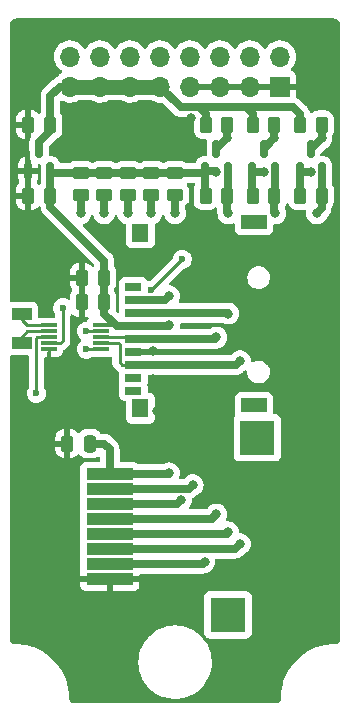
<source format=gtl>
%TF.GenerationSoftware,KiCad,Pcbnew,(6.0.9)*%
%TF.CreationDate,2022-12-02T21:30:47+00:00*%
%TF.ProjectId,SPIRadioCFRTC,53504952-6164-4696-9f43-465254432e6b,rev?*%
%TF.SameCoordinates,Original*%
%TF.FileFunction,Copper,L1,Top*%
%TF.FilePolarity,Positive*%
%FSLAX46Y46*%
G04 Gerber Fmt 4.6, Leading zero omitted, Abs format (unit mm)*
G04 Created by KiCad (PCBNEW (6.0.9)) date 2022-12-02 21:30:47*
%MOMM*%
%LPD*%
G01*
G04 APERTURE LIST*
G04 Aperture macros list*
%AMRoundRect*
0 Rectangle with rounded corners*
0 $1 Rounding radius*
0 $2 $3 $4 $5 $6 $7 $8 $9 X,Y pos of 4 corners*
0 Add a 4 corners polygon primitive as box body*
4,1,4,$2,$3,$4,$5,$6,$7,$8,$9,$2,$3,0*
0 Add four circle primitives for the rounded corners*
1,1,$1+$1,$2,$3*
1,1,$1+$1,$4,$5*
1,1,$1+$1,$6,$7*
1,1,$1+$1,$8,$9*
0 Add four rect primitives between the rounded corners*
20,1,$1+$1,$2,$3,$4,$5,0*
20,1,$1+$1,$4,$5,$6,$7,0*
20,1,$1+$1,$6,$7,$8,$9,0*
20,1,$1+$1,$8,$9,$2,$3,0*%
G04 Aperture macros list end*
%TA.AperFunction,SMDPad,CuDef*%
%ADD10RoundRect,0.250000X0.250000X0.475000X-0.250000X0.475000X-0.250000X-0.475000X0.250000X-0.475000X0*%
%TD*%
%TA.AperFunction,SMDPad,CuDef*%
%ADD11RoundRect,0.150000X0.150000X-0.587500X0.150000X0.587500X-0.150000X0.587500X-0.150000X-0.587500X0*%
%TD*%
%TA.AperFunction,SMDPad,CuDef*%
%ADD12R,1.400000X0.300000*%
%TD*%
%TA.AperFunction,SMDPad,CuDef*%
%ADD13R,4.000000X1.000000*%
%TD*%
%TA.AperFunction,SMDPad,CuDef*%
%ADD14R,3.000000X3.000000*%
%TD*%
%TA.AperFunction,SMDPad,CuDef*%
%ADD15RoundRect,0.250000X0.450000X-0.262500X0.450000X0.262500X-0.450000X0.262500X-0.450000X-0.262500X0*%
%TD*%
%TA.AperFunction,SMDPad,CuDef*%
%ADD16RoundRect,0.250000X0.262500X0.450000X-0.262500X0.450000X-0.262500X-0.450000X0.262500X-0.450000X0*%
%TD*%
%TA.AperFunction,SMDPad,CuDef*%
%ADD17R,1.400000X0.700000*%
%TD*%
%TA.AperFunction,SMDPad,CuDef*%
%ADD18R,1.400000X1.600000*%
%TD*%
%TA.AperFunction,SMDPad,CuDef*%
%ADD19R,2.200000X1.200000*%
%TD*%
%TA.AperFunction,SMDPad,CuDef*%
%ADD20R,1.800000X1.000000*%
%TD*%
%TA.AperFunction,ComponentPad*%
%ADD21R,1.700000X1.700000*%
%TD*%
%TA.AperFunction,ComponentPad*%
%ADD22O,1.700000X1.700000*%
%TD*%
%TA.AperFunction,ViaPad*%
%ADD23C,0.800000*%
%TD*%
%TA.AperFunction,ViaPad*%
%ADD24C,0.600000*%
%TD*%
%TA.AperFunction,Conductor*%
%ADD25C,0.635000*%
%TD*%
%TA.AperFunction,Conductor*%
%ADD26C,1.270000*%
%TD*%
%TA.AperFunction,Conductor*%
%ADD27C,0.250000*%
%TD*%
G04 APERTURE END LIST*
D10*
%TO.P,C2,1*%
%TO.N,+3V3*%
X27783000Y-57000000D03*
%TO.P,C2,2*%
%TO.N,GND*%
X25883000Y-57000000D03*
%TD*%
D11*
%TO.P,Q2,1,G*%
%TO.N,+3V3*%
X41550000Y-33937500D03*
%TO.P,Q2,2,S*%
%TO.N,MOSI*%
X43450000Y-33937500D03*
%TO.P,Q2,3,D*%
%TO.N,IN-MOSI*%
X42500000Y-32062500D03*
%TD*%
%TO.P,U3,1,GND*%
%TO.N,GND*%
X22550000Y-33937500D03*
%TO.P,U3,2,VO*%
%TO.N,+3V3*%
X24450000Y-33937500D03*
%TO.P,U3,3,VI*%
%TO.N,+5V*%
X23500000Y-32062500D03*
%TD*%
D12*
%TO.P,U1,1,X1*%
%TO.N,Net-(U1-Pad1)*%
X24300000Y-47000000D03*
%TO.P,U1,2,X2*%
%TO.N,Net-(U1-Pad2)*%
X24300000Y-47500000D03*
%TO.P,U1,3,VBAT*%
%TO.N,+BATT*%
X24300000Y-48000000D03*
%TO.P,U1,4,~{CS}*%
%TO.N,RTC-CS*%
X24300000Y-48500000D03*
%TO.P,U1,5,GND*%
%TO.N,GND*%
X24300000Y-49000000D03*
%TO.P,U1,6,MOSI*%
%TO.N,MOSI*%
X28700000Y-49000000D03*
%TO.P,U1,7,MISO*%
%TO.N,MISO*%
X28700000Y-48500000D03*
%TO.P,U1,8,SCLK*%
%TO.N,SCLK*%
X28700000Y-48000000D03*
%TO.P,U1,9,~{INT}*%
%TO.N,INT*%
X28700000Y-47500000D03*
%TO.P,U1,10,VCC*%
%TO.N,+3V3*%
X28700000Y-47000000D03*
%TD*%
D13*
%TO.P,U2,1,VCC*%
%TO.N,+3V3*%
X29470000Y-59555000D03*
%TO.P,U2,2,CE*%
%TO.N,NF24-CE*%
X29470000Y-60825000D03*
%TO.P,U2,3,~{CS}*%
%TO.N,NF24-CS*%
X29470000Y-62095000D03*
%TO.P,U2,4,SCLK*%
%TO.N,SCLK*%
X29470000Y-63365000D03*
%TO.P,U2,5,MOSI*%
%TO.N,MOSI*%
X29470000Y-64635000D03*
%TO.P,U2,6,MISO*%
%TO.N,MISO*%
X29470000Y-65905000D03*
%TO.P,U2,7,~{IRQ}*%
%TO.N,INT*%
X29470000Y-67175000D03*
%TO.P,U2,8,GND*%
%TO.N,GND*%
X29470000Y-68445000D03*
D14*
%TO.P,U2,MP*%
%TO.N,N/C*%
X41970000Y-56500000D03*
X39470000Y-71500000D03*
%TD*%
D15*
%TO.P,R6,1*%
%TO.N,RTC-CS*%
X27000000Y-35912500D03*
%TO.P,R6,2*%
%TO.N,+3V3*%
X27000000Y-34087500D03*
%TD*%
D11*
%TO.P,Q3,1,G*%
%TO.N,+3V3*%
X45550000Y-33937500D03*
%TO.P,Q3,2,S*%
%TO.N,MISO*%
X47450000Y-33937500D03*
%TO.P,Q3,3,D*%
%TO.N,IN-MISO*%
X46500000Y-32062500D03*
%TD*%
D10*
%TO.P,C3,1*%
%TO.N,+3V3*%
X29000000Y-42950000D03*
%TO.P,C3,2*%
%TO.N,GND*%
X27100000Y-42950000D03*
%TD*%
D15*
%TO.P,R8,1*%
%TO.N,NF24-CE*%
X33000000Y-35912500D03*
%TO.P,R8,2*%
%TO.N,+3V3*%
X33000000Y-34087500D03*
%TD*%
D16*
%TO.P,R1,1*%
%TO.N,IN-SCLK*%
X39412500Y-30000000D03*
%TO.P,R1,2*%
%TO.N,+5V*%
X37587500Y-30000000D03*
%TD*%
%TO.P,R4,1*%
%TO.N,MOSI*%
X43412500Y-36000000D03*
%TO.P,R4,2*%
%TO.N,+3V3*%
X41587500Y-36000000D03*
%TD*%
D11*
%TO.P,Q1,1,G*%
%TO.N,+3V3*%
X37550000Y-33937500D03*
%TO.P,Q1,2,S*%
%TO.N,SCLK*%
X39450000Y-33937500D03*
%TO.P,Q1,3,D*%
%TO.N,IN-SCLK*%
X38500000Y-32062500D03*
%TD*%
D17*
%TO.P,J2,1,DAT2*%
%TO.N,unconnected-(J2-Pad1)*%
X31470000Y-43750000D03*
%TO.P,J2,2,DAT3/CD*%
%TO.N,SD-CS*%
X31470000Y-44850000D03*
%TO.P,J2,3,CMD*%
%TO.N,MOSI*%
X31470000Y-45950000D03*
%TO.P,J2,4,VDD*%
%TO.N,+3V3*%
X31470000Y-47050000D03*
%TO.P,J2,5,CLK*%
%TO.N,SCLK*%
X31470000Y-48150000D03*
%TO.P,J2,6,VSS*%
%TO.N,GND*%
X31470000Y-49250000D03*
%TO.P,J2,7,DAT0*%
%TO.N,MISO*%
X31470000Y-50350000D03*
%TO.P,J2,8,DAT1*%
%TO.N,unconnected-(J2-Pad8)*%
X31470000Y-51450000D03*
%TO.P,J2,9,DET*%
%TO.N,unconnected-(J2-Pad9)*%
X31470000Y-52550000D03*
D18*
%TO.P,J2,MP*%
%TO.N,N/C*%
X32070000Y-39150000D03*
D19*
X41670000Y-53750000D03*
X41670000Y-38250000D03*
D18*
X32070000Y-54000000D03*
%TD*%
D15*
%TO.P,R5,1*%
%TO.N,SD-CS*%
X29000000Y-35912500D03*
%TO.P,R5,2*%
%TO.N,+3V3*%
X29000000Y-34087500D03*
%TD*%
D16*
%TO.P,R10,1*%
%TO.N,IN-MISO*%
X47412500Y-30000000D03*
%TO.P,R10,2*%
%TO.N,+5V*%
X45587500Y-30000000D03*
%TD*%
D10*
%TO.P,C1,1*%
%TO.N,+3V3*%
X29000000Y-45050000D03*
%TO.P,C1,2*%
%TO.N,GND*%
X27100000Y-45050000D03*
%TD*%
D20*
%TO.P,Y1,1,1*%
%TO.N,Net-(U1-Pad2)*%
X22000000Y-48500000D03*
%TO.P,Y1,2,2*%
%TO.N,Net-(U1-Pad1)*%
X22000000Y-46000000D03*
%TD*%
D16*
%TO.P,R3,1*%
%TO.N,IN-MOSI*%
X43412500Y-30000000D03*
%TO.P,R3,2*%
%TO.N,+5V*%
X41587500Y-30000000D03*
%TD*%
D10*
%TO.P,C5,1*%
%TO.N,+3V3*%
X24450000Y-36000000D03*
%TO.P,C5,2*%
%TO.N,GND*%
X22550000Y-36000000D03*
%TD*%
D16*
%TO.P,R2,1*%
%TO.N,SCLK*%
X39412500Y-36000000D03*
%TO.P,R2,2*%
%TO.N,+3V3*%
X37587500Y-36000000D03*
%TD*%
D10*
%TO.P,C4,1*%
%TO.N,+5V*%
X24450000Y-30000000D03*
%TO.P,C4,2*%
%TO.N,GND*%
X22550000Y-30000000D03*
%TD*%
D15*
%TO.P,R7,1*%
%TO.N,NF24-CS*%
X31000000Y-35912500D03*
%TO.P,R7,2*%
%TO.N,+3V3*%
X31000000Y-34087500D03*
%TD*%
%TO.P,R9,1*%
%TO.N,INT*%
X35000000Y-35912500D03*
%TO.P,R9,2*%
%TO.N,+3V3*%
X35000000Y-34087500D03*
%TD*%
D16*
%TO.P,R11,1*%
%TO.N,MISO*%
X47412500Y-36000000D03*
%TO.P,R11,2*%
%TO.N,+3V3*%
X45587500Y-36000000D03*
%TD*%
D21*
%TO.P,J1,1,Pin_1*%
%TO.N,GND*%
X43890000Y-26770000D03*
D22*
%TO.P,J1,2,Pin_2*%
%TO.N,IN-MISO*%
X43890000Y-24230000D03*
%TO.P,J1,3,Pin_3*%
%TO.N,GND*%
X41350000Y-26770000D03*
%TO.P,J1,4,Pin_4*%
%TO.N,IN-MOSI*%
X41350000Y-24230000D03*
%TO.P,J1,5,Pin_5*%
%TO.N,GND*%
X38810000Y-26770000D03*
%TO.P,J1,6,Pin_6*%
%TO.N,IN-SCLK*%
X38810000Y-24230000D03*
%TO.P,J1,7,Pin_7*%
%TO.N,GND*%
X36270000Y-26770000D03*
%TO.P,J1,8,Pin_8*%
%TO.N,INT*%
X36270000Y-24230000D03*
%TO.P,J1,9,Pin_9*%
%TO.N,+5V*%
X33730000Y-26770000D03*
%TO.P,J1,10,Pin_10*%
%TO.N,NF24-CE*%
X33730000Y-24230000D03*
%TO.P,J1,11,Pin_11*%
%TO.N,+5V*%
X31190000Y-26770000D03*
%TO.P,J1,12,Pin_12*%
%TO.N,NF24-CS*%
X31190000Y-24230000D03*
%TO.P,J1,13,Pin_13*%
%TO.N,+5V*%
X28650000Y-26770000D03*
%TO.P,J1,14,Pin_14*%
%TO.N,SD-CS*%
X28650000Y-24230000D03*
%TO.P,J1,15,Pin_15*%
%TO.N,+5V*%
X26110000Y-26770000D03*
%TO.P,J1,16,Pin_16*%
%TO.N,RTC-CS*%
X26110000Y-24230000D03*
%TD*%
D23*
%TO.N,GND*%
X22000000Y-65750000D03*
X22000000Y-63250000D03*
X22000000Y-70750000D03*
X22000000Y-68250000D03*
X46750000Y-50750000D03*
X46750000Y-48250000D03*
X48000000Y-47000000D03*
X48000000Y-49500000D03*
X45500000Y-49500000D03*
X44250000Y-48250000D03*
X45500000Y-47000000D03*
X44250000Y-50750000D03*
X44250000Y-43250000D03*
X46750000Y-43250000D03*
X44250000Y-45750000D03*
X46750000Y-45750000D03*
X45500000Y-44500000D03*
X48000000Y-42000000D03*
X45500000Y-42000000D03*
X48000000Y-44500000D03*
X46750000Y-72000000D03*
X46750000Y-69500000D03*
X48000000Y-68250000D03*
X48000000Y-70750000D03*
X45500000Y-70750000D03*
X44250000Y-69500000D03*
X45500000Y-68250000D03*
X44250000Y-72000000D03*
X44250000Y-64500000D03*
X46750000Y-64500000D03*
X44250000Y-67000000D03*
X46750000Y-67000000D03*
X45500000Y-65750000D03*
X48000000Y-63250000D03*
X45500000Y-63250000D03*
X48000000Y-65750000D03*
X25750000Y-69500000D03*
X23250000Y-69500000D03*
X24500000Y-68250000D03*
X23250000Y-72000000D03*
X25750000Y-72000000D03*
X24500000Y-70750000D03*
X25750000Y-67000000D03*
X23250000Y-67000000D03*
X24500000Y-65750000D03*
X25750000Y-64500000D03*
X23250000Y-64500000D03*
X24500000Y-63250000D03*
X33500000Y-54250000D03*
X33100000Y-51500000D03*
X31278000Y-30998000D03*
X33818000Y-30998000D03*
X31278000Y-32522000D03*
X28738000Y-32522000D03*
X26198000Y-29474000D03*
X28738000Y-29474000D03*
X26198000Y-30998000D03*
X33818000Y-29474000D03*
X31278000Y-29474000D03*
X26198000Y-32522000D03*
X36358000Y-30998000D03*
X33100000Y-49200000D03*
X28738000Y-30998000D03*
X36358000Y-32522000D03*
X36358000Y-29474000D03*
X33818000Y-32522000D03*
%TO.N,+3V3*%
X34500000Y-59500000D03*
X42500000Y-34000000D03*
X46500000Y-34000000D03*
X38500000Y-34000000D03*
X34500000Y-47000000D03*
%TO.N,SCLK*%
X38500000Y-48000000D03*
X39500000Y-37500000D03*
X38500000Y-63000000D03*
%TO.N,IN-SCLK*%
X39406250Y-31156250D03*
D24*
%TO.N,MOSI*%
X32900000Y-46000000D03*
D23*
X39500000Y-64500000D03*
D24*
X27500000Y-49000000D03*
D23*
X43500000Y-37500000D03*
X39500000Y-46000000D03*
%TO.N,IN-MOSI*%
X43406250Y-31156250D03*
%TO.N,MISO*%
X47000000Y-37500000D03*
X40500000Y-50000000D03*
X40500000Y-65500000D03*
%TO.N,IN-MISO*%
X47406250Y-31156250D03*
%TO.N,SD-CS*%
X34500000Y-44500000D03*
X29000000Y-37500000D03*
%TO.N,RTC-CS*%
X27000000Y-37500000D03*
D24*
X25500000Y-45500000D03*
D23*
%TO.N,NF24-CS*%
X31000000Y-37500000D03*
X35500000Y-61742000D03*
%TO.N,NF24-CE*%
X33000000Y-37500000D03*
X36500000Y-60500000D03*
D24*
%TO.N,INT*%
X27500000Y-47500000D03*
D23*
X37500000Y-67000000D03*
D24*
X35597992Y-41402008D03*
X33000000Y-44000000D03*
D23*
X35000000Y-37500000D03*
D24*
%TO.N,+BATT*%
X23250000Y-52750000D03*
%TD*%
D25*
%TO.N,+3V3*%
X29000000Y-41500000D02*
X29000000Y-42950000D01*
D26*
%TO.N,+5V*%
X31190000Y-26770000D02*
X28650000Y-26770000D01*
D25*
X41587500Y-30000000D02*
X41587500Y-29087500D01*
X45587500Y-29087500D02*
X45000000Y-28500000D01*
X41587500Y-29087500D02*
X41000000Y-28500000D01*
X24450000Y-27550000D02*
X25230000Y-26770000D01*
X23500000Y-31500000D02*
X23500000Y-32062500D01*
X37000000Y-28500000D02*
X35460000Y-28500000D01*
X45000000Y-28500000D02*
X41000000Y-28500000D01*
X35460000Y-28500000D02*
X33730000Y-26770000D01*
X24450000Y-30000000D02*
X24450000Y-30550000D01*
X24450000Y-30550000D02*
X23500000Y-31500000D01*
X37587500Y-30000000D02*
X37587500Y-29087500D01*
X24450000Y-30000000D02*
X24450000Y-27550000D01*
D26*
X33730000Y-26770000D02*
X31190000Y-26770000D01*
D25*
X37587500Y-29087500D02*
X37000000Y-28500000D01*
X41000000Y-28500000D02*
X37000000Y-28500000D01*
X45587500Y-30000000D02*
X45587500Y-29087500D01*
X25230000Y-26770000D02*
X26110000Y-26770000D01*
D26*
X28650000Y-26770000D02*
X26110000Y-26770000D01*
D27*
%TO.N,GND*%
X24300000Y-49000000D02*
X24300000Y-49800000D01*
D25*
%TO.N,+3V3*%
X41550000Y-35962500D02*
X41587500Y-36000000D01*
X29000000Y-42950000D02*
X29000000Y-45050000D01*
X31470000Y-47050000D02*
X34450000Y-47050000D01*
X29470000Y-59555000D02*
X34445000Y-59555000D01*
X38437500Y-33937500D02*
X38500000Y-34000000D01*
D27*
X28700000Y-47000000D02*
X30000000Y-47000000D01*
D25*
X45612500Y-34000000D02*
X45550000Y-33937500D01*
X35000000Y-34087500D02*
X33000000Y-34087500D01*
X42500000Y-34000000D02*
X41612500Y-34000000D01*
X45550000Y-33937500D02*
X45550000Y-35962500D01*
X34450000Y-47050000D02*
X34500000Y-47000000D01*
X29000000Y-45050000D02*
X29000000Y-46000000D01*
X27000000Y-34087500D02*
X24575000Y-34087500D01*
X35000000Y-34087500D02*
X37400000Y-34087500D01*
X24575000Y-34087500D02*
X24437500Y-33950000D01*
X37550000Y-33937500D02*
X38437500Y-33937500D01*
X45550000Y-35962500D02*
X45587500Y-36000000D01*
X34445000Y-59555000D02*
X34500000Y-59500000D01*
D27*
X30000000Y-47000000D02*
X30050000Y-47050000D01*
D25*
X29470000Y-57470000D02*
X29000000Y-57000000D01*
X27000000Y-34087500D02*
X29000000Y-34087500D01*
X37550000Y-35962500D02*
X37587500Y-36000000D01*
X37550000Y-33937500D02*
X37550000Y-35962500D01*
X29000000Y-57000000D02*
X27950000Y-57000000D01*
X24450000Y-36950000D02*
X29000000Y-41500000D01*
X41612500Y-34000000D02*
X41550000Y-33937500D01*
X30050000Y-47050000D02*
X31470000Y-47050000D01*
X29470000Y-59555000D02*
X29470000Y-57470000D01*
X41550000Y-33937500D02*
X41550000Y-35962500D01*
X37400000Y-34087500D02*
X37550000Y-33937500D01*
X24437500Y-35987500D02*
X24450000Y-36000000D01*
X29000000Y-46000000D02*
X30050000Y-47050000D01*
X46500000Y-34000000D02*
X45612500Y-34000000D01*
X24450000Y-36000000D02*
X24450000Y-36950000D01*
X29000000Y-34087500D02*
X31000000Y-34087500D01*
X24437500Y-33950000D02*
X24437500Y-35987500D01*
X33000000Y-34087500D02*
X31000000Y-34087500D01*
%TO.N,SCLK*%
X38350000Y-48150000D02*
X38500000Y-48000000D01*
D27*
X31320000Y-48000000D02*
X31470000Y-48150000D01*
D25*
X39412500Y-37412500D02*
X39500000Y-37500000D01*
X39450000Y-35962500D02*
X39412500Y-36000000D01*
X29470000Y-63365000D02*
X38135000Y-63365000D01*
D27*
X28700000Y-48000000D02*
X31320000Y-48000000D01*
D25*
X31470000Y-48150000D02*
X38350000Y-48150000D01*
X38135000Y-63365000D02*
X38500000Y-63000000D01*
X39450000Y-33937500D02*
X39450000Y-35962500D01*
X39412500Y-36000000D02*
X39412500Y-37412500D01*
%TO.N,IN-SCLK*%
X39406250Y-31156250D02*
X38500000Y-32062500D01*
X39412500Y-30000000D02*
X39412500Y-31150000D01*
X39412500Y-31150000D02*
X39406250Y-31156250D01*
%TO.N,MOSI*%
X39365000Y-64635000D02*
X39500000Y-64500000D01*
X43412500Y-37412500D02*
X43500000Y-37500000D01*
X43412500Y-36000000D02*
X43412500Y-37412500D01*
X29470000Y-64635000D02*
X39365000Y-64635000D01*
D27*
X28700000Y-49000000D02*
X27500000Y-49000000D01*
D25*
X43450000Y-35962500D02*
X43412500Y-36000000D01*
X31470000Y-45950000D02*
X39450000Y-45950000D01*
X43450000Y-33937500D02*
X43450000Y-35962500D01*
X39450000Y-45950000D02*
X39500000Y-46000000D01*
%TO.N,IN-MOSI*%
X43406250Y-31156250D02*
X42500000Y-32062500D01*
X43412500Y-31150000D02*
X43406250Y-31156250D01*
X43412500Y-30000000D02*
X43412500Y-31150000D01*
D27*
%TO.N,MISO*%
X30300000Y-48600000D02*
X30300000Y-50130000D01*
X30520000Y-50350000D02*
X31470000Y-50350000D01*
X28700000Y-48500000D02*
X30200000Y-48500000D01*
D25*
X40150000Y-50350000D02*
X40500000Y-50000000D01*
D27*
X30300000Y-50130000D02*
X30520000Y-50350000D01*
X30200000Y-48500000D02*
X30300000Y-48600000D01*
D25*
X40095000Y-65905000D02*
X40500000Y-65500000D01*
X31470000Y-50350000D02*
X40150000Y-50350000D01*
X47412500Y-37087500D02*
X47000000Y-37500000D01*
X47450000Y-35962500D02*
X47412500Y-36000000D01*
X29470000Y-65905000D02*
X40095000Y-65905000D01*
X47412500Y-36000000D02*
X47412500Y-37087500D01*
X47450000Y-33937500D02*
X47450000Y-35962500D01*
%TO.N,IN-MISO*%
X47406250Y-31156250D02*
X46500000Y-32062500D01*
X47412500Y-31150000D02*
X47406250Y-31156250D01*
X47412500Y-30000000D02*
X47412500Y-31150000D01*
%TO.N,SD-CS*%
X31470000Y-44850000D02*
X34150000Y-44850000D01*
X34150000Y-44850000D02*
X34500000Y-44500000D01*
X29000000Y-35912500D02*
X29000000Y-37500000D01*
%TO.N,RTC-CS*%
X27000000Y-35912500D02*
X27000000Y-37500000D01*
D27*
X24300000Y-48500000D02*
X25299022Y-48500000D01*
X25500000Y-48299022D02*
X25500000Y-45500000D01*
X25299022Y-48500000D02*
X25500000Y-48299022D01*
D25*
%TO.N,NF24-CS*%
X35147000Y-62095000D02*
X35500000Y-61742000D01*
X31000000Y-35912500D02*
X31000000Y-37500000D01*
X29470000Y-62095000D02*
X35147000Y-62095000D01*
%TO.N,NF24-CE*%
X36175000Y-60825000D02*
X36500000Y-60500000D01*
X33000000Y-35912500D02*
X33000000Y-37500000D01*
X29470000Y-60825000D02*
X36175000Y-60825000D01*
%TO.N,INT*%
X37325000Y-67175000D02*
X37500000Y-67000000D01*
X29470000Y-67175000D02*
X37325000Y-67175000D01*
D27*
X28700000Y-47500000D02*
X27500000Y-47500000D01*
D25*
X35000000Y-35912500D02*
X35000000Y-37500000D01*
D27*
X33000000Y-44000000D02*
X35597992Y-41402008D01*
%TO.N,Net-(U1-Pad1)*%
X22500000Y-47000000D02*
X22000000Y-46500000D01*
X22000000Y-46500000D02*
X22000000Y-45750000D01*
X24300000Y-47000000D02*
X22500000Y-47000000D01*
%TO.N,Net-(U1-Pad2)*%
X22000000Y-48000000D02*
X22000000Y-48250000D01*
X22500000Y-47500000D02*
X22000000Y-48000000D01*
X24300000Y-47500000D02*
X22500000Y-47500000D01*
%TO.N,+BATT*%
X24300000Y-48000000D02*
X23300978Y-48000000D01*
X23250000Y-48050978D02*
X23250000Y-52750000D01*
X23300978Y-48000000D02*
X23250000Y-48050978D01*
%TD*%
%TA.AperFunction,Conductor*%
%TO.N,GND*%
G36*
X48470018Y-21010000D02*
G01*
X48484852Y-21012310D01*
X48484855Y-21012310D01*
X48493724Y-21013691D01*
X48502626Y-21012527D01*
X48502750Y-21012511D01*
X48533192Y-21012240D01*
X48540621Y-21013077D01*
X48595264Y-21019234D01*
X48622771Y-21025513D01*
X48699853Y-21052485D01*
X48725274Y-21064727D01*
X48794426Y-21108178D01*
X48816485Y-21125770D01*
X48874230Y-21183515D01*
X48891822Y-21205574D01*
X48935273Y-21274726D01*
X48947515Y-21300147D01*
X48974487Y-21377228D01*
X48980766Y-21404736D01*
X48987018Y-21460226D01*
X48986923Y-21475868D01*
X48987800Y-21475879D01*
X48987690Y-21484851D01*
X48986309Y-21493724D01*
X48987473Y-21502626D01*
X48987473Y-21502628D01*
X48990436Y-21525283D01*
X48991500Y-21541621D01*
X48991500Y-73450633D01*
X48990000Y-73470018D01*
X48986309Y-73493724D01*
X48987473Y-73502626D01*
X48987489Y-73502750D01*
X48987760Y-73533192D01*
X48985430Y-73553870D01*
X48980766Y-73595264D01*
X48974487Y-73622771D01*
X48947515Y-73699853D01*
X48935273Y-73725274D01*
X48891822Y-73794426D01*
X48874230Y-73816485D01*
X48816485Y-73874230D01*
X48794426Y-73891822D01*
X48725274Y-73935273D01*
X48699853Y-73947515D01*
X48622771Y-73974487D01*
X48595265Y-73980766D01*
X48585096Y-73981912D01*
X48541446Y-73986830D01*
X48516640Y-73987112D01*
X48512552Y-73986424D01*
X48506544Y-73986351D01*
X48506276Y-73986309D01*
X48506007Y-73986344D01*
X48500000Y-73986271D01*
X48495192Y-73986960D01*
X48492365Y-73987144D01*
X48484401Y-73987886D01*
X48109444Y-74004257D01*
X48109433Y-74004258D01*
X48106684Y-74004378D01*
X47911523Y-74030071D01*
X47719100Y-74055403D01*
X47719091Y-74055405D01*
X47716361Y-74055764D01*
X47713666Y-74056361D01*
X47713663Y-74056362D01*
X47575421Y-74087010D01*
X47332003Y-74140975D01*
X47329386Y-74141800D01*
X47329379Y-74141802D01*
X46959161Y-74258531D01*
X46959153Y-74258534D01*
X46956533Y-74259360D01*
X46592810Y-74410019D01*
X46243603Y-74591805D01*
X45911567Y-74803335D01*
X45909392Y-74805004D01*
X45601399Y-75041334D01*
X45601393Y-75041339D01*
X45599231Y-75042998D01*
X45308972Y-75308972D01*
X45042998Y-75599231D01*
X44803335Y-75911567D01*
X44591805Y-76243603D01*
X44410019Y-76592810D01*
X44259360Y-76956533D01*
X44258534Y-76959153D01*
X44258531Y-76959161D01*
X44179132Y-77210984D01*
X44140975Y-77332003D01*
X44140380Y-77334687D01*
X44064553Y-77676719D01*
X44055764Y-77716361D01*
X44004378Y-78106684D01*
X44004258Y-78109433D01*
X44004257Y-78109444D01*
X43988240Y-78476296D01*
X43987732Y-78481404D01*
X43987690Y-78484855D01*
X43986309Y-78493724D01*
X43987473Y-78502626D01*
X43987489Y-78502750D01*
X43987760Y-78533192D01*
X43986134Y-78547627D01*
X43980766Y-78595264D01*
X43974487Y-78622771D01*
X43947515Y-78699853D01*
X43935273Y-78725274D01*
X43891822Y-78794426D01*
X43874230Y-78816485D01*
X43816485Y-78874230D01*
X43794426Y-78891822D01*
X43725274Y-78935273D01*
X43699853Y-78947515D01*
X43622772Y-78974487D01*
X43595264Y-78980766D01*
X43539774Y-78987018D01*
X43524132Y-78986923D01*
X43524121Y-78987800D01*
X43515149Y-78987690D01*
X43506276Y-78986309D01*
X43497374Y-78987473D01*
X43497372Y-78987473D01*
X43486385Y-78988910D01*
X43474714Y-78990436D01*
X43458379Y-78991500D01*
X26549367Y-78991500D01*
X26529982Y-78990000D01*
X26515148Y-78987690D01*
X26515145Y-78987690D01*
X26506276Y-78986309D01*
X26497374Y-78987473D01*
X26497250Y-78987489D01*
X26466808Y-78987760D01*
X26446130Y-78985430D01*
X26404736Y-78980766D01*
X26377229Y-78974487D01*
X26300147Y-78947515D01*
X26274726Y-78935273D01*
X26205574Y-78891822D01*
X26183515Y-78874230D01*
X26125770Y-78816485D01*
X26108178Y-78794426D01*
X26064727Y-78725274D01*
X26052485Y-78699853D01*
X26025513Y-78622772D01*
X26019234Y-78595266D01*
X26018077Y-78584997D01*
X26013170Y-78541447D01*
X26012888Y-78516640D01*
X26013576Y-78512552D01*
X26013729Y-78500000D01*
X26013039Y-78495182D01*
X26012855Y-78492357D01*
X26012114Y-78484401D01*
X25995743Y-78109444D01*
X25995742Y-78109433D01*
X25995622Y-78106684D01*
X25944236Y-77716361D01*
X25935448Y-77676719D01*
X25859620Y-77334687D01*
X25859025Y-77332003D01*
X25820868Y-77210984D01*
X25741469Y-76959161D01*
X25741466Y-76959153D01*
X25740640Y-76956533D01*
X25589981Y-76592810D01*
X25408195Y-76243603D01*
X25196665Y-75911567D01*
X24957002Y-75599231D01*
X24915739Y-75554200D01*
X31894908Y-75554200D01*
X31921004Y-75905358D01*
X31986684Y-76251304D01*
X32091104Y-76587592D01*
X32232921Y-76909897D01*
X32410313Y-77214076D01*
X32620999Y-77496219D01*
X32623443Y-77498817D01*
X32623448Y-77498823D01*
X32825550Y-77713663D01*
X32862270Y-77752697D01*
X32864999Y-77755007D01*
X33054652Y-77915560D01*
X33131024Y-77980214D01*
X33133988Y-77982194D01*
X33133990Y-77982196D01*
X33335917Y-78117119D01*
X33423807Y-78175845D01*
X33426989Y-78177484D01*
X33426991Y-78177485D01*
X33733670Y-78335436D01*
X33733675Y-78335438D01*
X33736853Y-78337075D01*
X33740194Y-78338341D01*
X33740199Y-78338343D01*
X33971696Y-78426049D01*
X34066139Y-78461830D01*
X34069603Y-78462710D01*
X34069607Y-78462711D01*
X34403963Y-78547627D01*
X34403971Y-78547629D01*
X34407430Y-78548507D01*
X34579152Y-78571878D01*
X34753347Y-78595585D01*
X34753354Y-78595586D01*
X34756340Y-78595992D01*
X34871081Y-78600500D01*
X35089198Y-78600500D01*
X35230756Y-78592462D01*
X35347992Y-78585805D01*
X35347999Y-78585804D01*
X35351560Y-78585602D01*
X35489883Y-78561834D01*
X35695082Y-78526575D01*
X35695090Y-78526573D01*
X35698600Y-78525970D01*
X35702025Y-78524972D01*
X35702028Y-78524971D01*
X36033221Y-78428436D01*
X36036659Y-78427434D01*
X36361390Y-78291263D01*
X36564556Y-78177485D01*
X36665502Y-78120953D01*
X36665507Y-78120950D01*
X36668619Y-78119207D01*
X36671515Y-78117122D01*
X36671520Y-78117119D01*
X36818239Y-78011496D01*
X36954395Y-77913477D01*
X37128858Y-77755007D01*
X37212405Y-77679118D01*
X37212406Y-77679117D01*
X37215046Y-77676719D01*
X37447219Y-77411977D01*
X37647929Y-77122653D01*
X37814598Y-76812468D01*
X37945081Y-76485410D01*
X38037701Y-76145683D01*
X38091268Y-75797655D01*
X38100833Y-75554200D01*
X38104952Y-75449370D01*
X38104952Y-75449365D01*
X38105092Y-75445800D01*
X38078996Y-75094642D01*
X38013316Y-74748696D01*
X37908896Y-74412408D01*
X37907455Y-74409133D01*
X37768522Y-74093382D01*
X37768520Y-74093379D01*
X37767079Y-74090103D01*
X37589687Y-73785924D01*
X37379001Y-73503781D01*
X37376557Y-73501183D01*
X37376552Y-73501177D01*
X37140180Y-73249907D01*
X37140176Y-73249904D01*
X37137730Y-73247303D01*
X37019308Y-73147051D01*
X36902462Y-73048134D01*
X37461500Y-73048134D01*
X37468255Y-73110316D01*
X37519385Y-73246705D01*
X37606739Y-73363261D01*
X37723295Y-73450615D01*
X37859684Y-73501745D01*
X37921866Y-73508500D01*
X41018134Y-73508500D01*
X41080316Y-73501745D01*
X41216705Y-73450615D01*
X41333261Y-73363261D01*
X41420615Y-73246705D01*
X41471745Y-73110316D01*
X41478500Y-73048134D01*
X41478500Y-69951866D01*
X41471745Y-69889684D01*
X41420615Y-69753295D01*
X41333261Y-69636739D01*
X41216705Y-69549385D01*
X41080316Y-69498255D01*
X41018134Y-69491500D01*
X37921866Y-69491500D01*
X37859684Y-69498255D01*
X37723295Y-69549385D01*
X37606739Y-69636739D01*
X37519385Y-69753295D01*
X37468255Y-69889684D01*
X37461500Y-69951866D01*
X37461500Y-73048134D01*
X36902462Y-73048134D01*
X36871698Y-73022090D01*
X36871694Y-73022087D01*
X36868976Y-73019786D01*
X36576193Y-72824155D01*
X36573009Y-72822515D01*
X36266330Y-72664564D01*
X36266325Y-72664562D01*
X36263147Y-72662925D01*
X36259806Y-72661659D01*
X36259801Y-72661657D01*
X35937205Y-72539437D01*
X35937206Y-72539437D01*
X35933861Y-72538170D01*
X35930397Y-72537290D01*
X35930393Y-72537289D01*
X35596037Y-72452373D01*
X35596029Y-72452371D01*
X35592570Y-72451493D01*
X35420848Y-72428122D01*
X35246653Y-72404415D01*
X35246646Y-72404414D01*
X35243660Y-72404008D01*
X35128919Y-72399500D01*
X34910802Y-72399500D01*
X34769244Y-72407538D01*
X34652008Y-72414195D01*
X34652001Y-72414196D01*
X34648440Y-72414398D01*
X34510117Y-72438166D01*
X34304918Y-72473425D01*
X34304910Y-72473427D01*
X34301400Y-72474030D01*
X34297975Y-72475028D01*
X34297972Y-72475029D01*
X34084370Y-72537289D01*
X33963341Y-72572566D01*
X33638610Y-72708737D01*
X33484995Y-72794765D01*
X33334498Y-72879047D01*
X33334493Y-72879050D01*
X33331381Y-72880793D01*
X33328485Y-72882878D01*
X33328480Y-72882881D01*
X33181761Y-72988504D01*
X33045605Y-73086523D01*
X33042969Y-73088917D01*
X33042967Y-73088919D01*
X32865733Y-73249907D01*
X32784954Y-73323281D01*
X32678008Y-73445229D01*
X32622845Y-73508131D01*
X32552781Y-73588023D01*
X32550749Y-73590952D01*
X32550746Y-73590956D01*
X32528675Y-73622772D01*
X32352071Y-73877347D01*
X32350380Y-73880494D01*
X32350377Y-73880499D01*
X32256398Y-74055403D01*
X32185402Y-74187532D01*
X32054919Y-74514590D01*
X31962299Y-74854317D01*
X31961757Y-74857839D01*
X31915428Y-75158843D01*
X31908732Y-75202345D01*
X31908592Y-75205909D01*
X31899027Y-75449370D01*
X31894908Y-75554200D01*
X24915739Y-75554200D01*
X24691028Y-75308972D01*
X24400769Y-75042998D01*
X24398607Y-75041339D01*
X24398601Y-75041334D01*
X24090608Y-74805004D01*
X24088433Y-74803335D01*
X23756398Y-74591805D01*
X23407190Y-74410019D01*
X23043467Y-74259360D01*
X23040847Y-74258534D01*
X23040839Y-74258531D01*
X22670621Y-74141802D01*
X22670614Y-74141800D01*
X22667997Y-74140975D01*
X22424579Y-74087010D01*
X22286337Y-74056362D01*
X22286334Y-74056361D01*
X22283639Y-74055764D01*
X22280909Y-74055405D01*
X22280900Y-74055403D01*
X22088477Y-74030071D01*
X21893316Y-74004378D01*
X21530965Y-73988557D01*
X21522205Y-73987632D01*
X21522202Y-73987667D01*
X21517354Y-73987232D01*
X21512552Y-73986424D01*
X21506544Y-73986351D01*
X21506276Y-73986309D01*
X21506007Y-73986344D01*
X21500000Y-73986271D01*
X21495180Y-73986961D01*
X21490329Y-73987277D01*
X21490310Y-73986990D01*
X21463554Y-73987393D01*
X21404735Y-73980766D01*
X21377228Y-73974487D01*
X21300147Y-73947515D01*
X21274726Y-73935273D01*
X21205574Y-73891822D01*
X21183515Y-73874230D01*
X21125770Y-73816485D01*
X21108178Y-73794426D01*
X21064727Y-73725274D01*
X21052485Y-73699853D01*
X21025513Y-73622772D01*
X21019234Y-73595266D01*
X21013170Y-73541451D01*
X21012888Y-73516640D01*
X21013576Y-73512552D01*
X21013729Y-73500000D01*
X21009773Y-73472376D01*
X21008500Y-73454514D01*
X21008500Y-68989669D01*
X26962001Y-68989669D01*
X26962371Y-68996490D01*
X26967895Y-69047352D01*
X26971521Y-69062604D01*
X27016676Y-69183054D01*
X27025214Y-69198649D01*
X27101715Y-69300724D01*
X27114276Y-69313285D01*
X27216351Y-69389786D01*
X27231946Y-69398324D01*
X27352394Y-69443478D01*
X27367649Y-69447105D01*
X27418514Y-69452631D01*
X27425328Y-69453000D01*
X29197885Y-69453000D01*
X29213124Y-69448525D01*
X29214329Y-69447135D01*
X29216000Y-69439452D01*
X29216000Y-69434884D01*
X29724000Y-69434884D01*
X29728475Y-69450123D01*
X29729865Y-69451328D01*
X29737548Y-69452999D01*
X31514669Y-69452999D01*
X31521490Y-69452629D01*
X31572352Y-69447105D01*
X31587604Y-69443479D01*
X31708054Y-69398324D01*
X31723649Y-69389786D01*
X31825724Y-69313285D01*
X31838285Y-69300724D01*
X31914786Y-69198649D01*
X31923324Y-69183054D01*
X31968478Y-69062606D01*
X31972105Y-69047351D01*
X31977631Y-68996486D01*
X31978000Y-68989672D01*
X31978000Y-68717115D01*
X31973525Y-68701876D01*
X31972135Y-68700671D01*
X31964452Y-68699000D01*
X29742115Y-68699000D01*
X29726876Y-68703475D01*
X29725671Y-68704865D01*
X29724000Y-68712548D01*
X29724000Y-69434884D01*
X29216000Y-69434884D01*
X29216000Y-68717115D01*
X29211525Y-68701876D01*
X29210135Y-68700671D01*
X29202452Y-68699000D01*
X26980116Y-68699000D01*
X26964877Y-68703475D01*
X26963672Y-68704865D01*
X26962001Y-68712548D01*
X26962001Y-68989669D01*
X21008500Y-68989669D01*
X21008500Y-57522095D01*
X24875001Y-57522095D01*
X24875338Y-57528614D01*
X24885257Y-57624206D01*
X24888149Y-57637600D01*
X24939588Y-57791784D01*
X24945761Y-57804962D01*
X25031063Y-57942807D01*
X25040099Y-57954208D01*
X25154829Y-58068739D01*
X25166240Y-58077751D01*
X25304243Y-58162816D01*
X25317424Y-58168963D01*
X25471710Y-58220138D01*
X25485086Y-58223005D01*
X25579438Y-58232672D01*
X25585854Y-58233000D01*
X25610885Y-58233000D01*
X25626124Y-58228525D01*
X25627329Y-58227135D01*
X25629000Y-58219452D01*
X25629000Y-58214884D01*
X26137000Y-58214884D01*
X26141475Y-58230123D01*
X26142865Y-58231328D01*
X26150548Y-58232999D01*
X26180095Y-58232999D01*
X26186614Y-58232662D01*
X26282206Y-58222743D01*
X26295600Y-58219851D01*
X26449784Y-58168412D01*
X26462962Y-58162239D01*
X26600807Y-58076937D01*
X26612208Y-58067901D01*
X26726738Y-57953172D01*
X26733794Y-57944238D01*
X26791712Y-57903177D01*
X26862635Y-57899947D01*
X26924046Y-57935574D01*
X26930846Y-57943407D01*
X26934522Y-57949348D01*
X27059697Y-58074305D01*
X27065927Y-58078145D01*
X27065928Y-58078146D01*
X27203288Y-58162816D01*
X27210262Y-58167115D01*
X27290005Y-58193564D01*
X27371611Y-58220632D01*
X27371613Y-58220632D01*
X27378139Y-58222797D01*
X27384975Y-58223497D01*
X27384978Y-58223498D01*
X27428031Y-58227909D01*
X27482600Y-58233500D01*
X28083400Y-58233500D01*
X28086646Y-58233163D01*
X28086650Y-58233163D01*
X28182308Y-58223238D01*
X28182312Y-58223237D01*
X28189166Y-58222526D01*
X28195702Y-58220345D01*
X28195704Y-58220345D01*
X28327806Y-58176272D01*
X28356946Y-58166550D01*
X28451697Y-58107916D01*
X28520149Y-58089078D01*
X28587918Y-58110239D01*
X28633490Y-58164680D01*
X28644000Y-58215060D01*
X28644000Y-58420500D01*
X28623998Y-58488621D01*
X28570342Y-58535114D01*
X28518000Y-58546500D01*
X27421866Y-58546500D01*
X27359684Y-58553255D01*
X27223295Y-58604385D01*
X27106739Y-58691739D01*
X27019385Y-58808295D01*
X26968255Y-58944684D01*
X26961500Y-59006866D01*
X26961500Y-60103134D01*
X26968207Y-60164874D01*
X26968255Y-60165316D01*
X26968207Y-60165321D01*
X26968207Y-60214679D01*
X26968255Y-60214684D01*
X26961500Y-60276866D01*
X26961500Y-61373134D01*
X26968207Y-61434874D01*
X26968255Y-61435316D01*
X26968207Y-61435321D01*
X26968207Y-61484679D01*
X26968255Y-61484684D01*
X26961500Y-61546866D01*
X26961500Y-62643134D01*
X26968207Y-62704874D01*
X26968255Y-62705316D01*
X26968207Y-62705321D01*
X26968207Y-62754679D01*
X26968255Y-62754684D01*
X26961500Y-62816866D01*
X26961500Y-63913134D01*
X26968207Y-63974874D01*
X26968255Y-63975316D01*
X26968207Y-63975321D01*
X26968207Y-64024679D01*
X26968255Y-64024684D01*
X26961500Y-64086866D01*
X26961500Y-65183134D01*
X26968207Y-65244874D01*
X26968255Y-65245316D01*
X26968207Y-65245321D01*
X26968207Y-65294679D01*
X26968255Y-65294684D01*
X26961500Y-65356866D01*
X26961500Y-66453134D01*
X26968207Y-66514874D01*
X26968255Y-66515316D01*
X26968207Y-66515321D01*
X26968207Y-66564679D01*
X26968255Y-66564684D01*
X26961500Y-66626866D01*
X26961500Y-67723134D01*
X26968255Y-67785316D01*
X26968467Y-67785882D01*
X26968468Y-67834763D01*
X26968748Y-67834793D01*
X26968468Y-67837371D01*
X26968468Y-67840237D01*
X26967895Y-67842648D01*
X26962369Y-67893514D01*
X26962000Y-67900328D01*
X26962000Y-68172885D01*
X26966475Y-68188124D01*
X26967865Y-68189329D01*
X26975548Y-68191000D01*
X31959884Y-68191000D01*
X31975123Y-68186525D01*
X31976328Y-68185135D01*
X31977999Y-68177452D01*
X31977999Y-68127000D01*
X31998001Y-68058879D01*
X32051657Y-68012386D01*
X32103999Y-68001000D01*
X37284967Y-68001000D01*
X37295512Y-68001442D01*
X37345300Y-68005623D01*
X37422743Y-67995289D01*
X37425743Y-67994927D01*
X37467498Y-67990391D01*
X37496634Y-67987226D01*
X37496636Y-67987226D01*
X37503417Y-67986489D01*
X37509883Y-67984313D01*
X37512233Y-67983796D01*
X37512783Y-67983699D01*
X37513550Y-67983520D01*
X37514085Y-67983365D01*
X37516432Y-67982789D01*
X37523190Y-67981887D01*
X37596542Y-67955189D01*
X37599443Y-67954174D01*
X37667039Y-67931425D01*
X37667046Y-67931422D01*
X37673511Y-67929246D01*
X37679360Y-67925731D01*
X37681553Y-67924718D01*
X37682068Y-67924506D01*
X37682766Y-67924173D01*
X37683267Y-67923900D01*
X37685421Y-67922840D01*
X37691834Y-67920506D01*
X37752813Y-67881808D01*
X37778972Y-67869499D01*
X37782288Y-67868794D01*
X37858723Y-67834763D01*
X37950722Y-67793803D01*
X37950724Y-67793802D01*
X37956752Y-67791118D01*
X38111253Y-67678866D01*
X38239040Y-67536944D01*
X38334527Y-67371556D01*
X38393542Y-67189928D01*
X38413504Y-67000000D01*
X38399858Y-66870169D01*
X38412630Y-66800333D01*
X38461132Y-66748486D01*
X38525168Y-66731000D01*
X40054967Y-66731000D01*
X40065512Y-66731442D01*
X40115300Y-66735623D01*
X40192743Y-66725289D01*
X40195743Y-66724927D01*
X40237498Y-66720391D01*
X40266634Y-66717226D01*
X40266636Y-66717226D01*
X40273417Y-66716489D01*
X40279883Y-66714313D01*
X40282233Y-66713796D01*
X40282783Y-66713699D01*
X40283550Y-66713520D01*
X40284085Y-66713365D01*
X40286432Y-66712789D01*
X40293190Y-66711887D01*
X40366542Y-66685189D01*
X40369443Y-66684174D01*
X40437039Y-66661425D01*
X40437046Y-66661422D01*
X40443511Y-66659246D01*
X40449360Y-66655731D01*
X40451553Y-66654718D01*
X40452068Y-66654506D01*
X40452766Y-66654173D01*
X40453267Y-66653900D01*
X40455421Y-66652840D01*
X40461834Y-66650506D01*
X40527802Y-66608641D01*
X40530394Y-66607041D01*
X40591502Y-66570324D01*
X40597344Y-66566814D01*
X40602295Y-66562133D01*
X40604231Y-66560663D01*
X40605162Y-66560015D01*
X40608996Y-66557115D01*
X40613364Y-66554343D01*
X40617464Y-66550677D01*
X40669387Y-66498754D01*
X40671909Y-66496301D01*
X40722782Y-66448193D01*
X40722784Y-66448191D01*
X40727740Y-66443504D01*
X40731574Y-66437863D01*
X40735703Y-66433011D01*
X40742560Y-66425581D01*
X40796522Y-66371619D01*
X40834368Y-66345607D01*
X40950722Y-66293803D01*
X40950724Y-66293802D01*
X40956752Y-66291118D01*
X41111253Y-66178866D01*
X41239040Y-66036944D01*
X41334527Y-65871556D01*
X41393542Y-65689928D01*
X41413504Y-65500000D01*
X41393542Y-65310072D01*
X41334527Y-65128444D01*
X41239040Y-64963056D01*
X41111253Y-64821134D01*
X40956752Y-64708882D01*
X40950724Y-64706198D01*
X40950722Y-64706197D01*
X40788319Y-64633891D01*
X40788318Y-64633891D01*
X40782288Y-64631206D01*
X40688887Y-64611353D01*
X40601944Y-64592872D01*
X40601939Y-64592872D01*
X40595487Y-64591500D01*
X40536572Y-64591500D01*
X40468451Y-64571498D01*
X40421958Y-64517842D01*
X40411262Y-64478670D01*
X40394232Y-64316635D01*
X40394232Y-64316633D01*
X40393542Y-64310072D01*
X40334527Y-64128444D01*
X40239040Y-63963056D01*
X40191014Y-63909717D01*
X40115675Y-63826045D01*
X40115674Y-63826044D01*
X40111253Y-63821134D01*
X39956752Y-63708882D01*
X39950724Y-63706198D01*
X39950722Y-63706197D01*
X39788319Y-63633891D01*
X39788318Y-63633891D01*
X39782288Y-63631206D01*
X39688888Y-63611353D01*
X39601944Y-63592872D01*
X39601939Y-63592872D01*
X39595487Y-63591500D01*
X39425780Y-63591500D01*
X39357659Y-63571498D01*
X39311166Y-63517842D01*
X39301062Y-63447568D01*
X39316662Y-63402499D01*
X39331222Y-63377281D01*
X39331223Y-63377278D01*
X39334527Y-63371556D01*
X39393542Y-63189928D01*
X39413504Y-63000000D01*
X39393542Y-62810072D01*
X39334527Y-62628444D01*
X39239040Y-62463056D01*
X39177824Y-62395068D01*
X39115675Y-62326045D01*
X39115674Y-62326044D01*
X39111253Y-62321134D01*
X38956752Y-62208882D01*
X38950724Y-62206198D01*
X38950722Y-62206197D01*
X38788319Y-62133891D01*
X38788318Y-62133891D01*
X38782288Y-62131206D01*
X38688888Y-62111353D01*
X38601944Y-62092872D01*
X38601939Y-62092872D01*
X38595487Y-62091500D01*
X38404513Y-62091500D01*
X38398061Y-62092872D01*
X38398056Y-62092872D01*
X38311112Y-62111353D01*
X38217712Y-62131206D01*
X38211682Y-62133891D01*
X38211681Y-62133891D01*
X38049278Y-62206197D01*
X38049276Y-62206198D01*
X38043248Y-62208882D01*
X37888747Y-62321134D01*
X37884326Y-62326044D01*
X37884325Y-62326045D01*
X37822177Y-62395068D01*
X37760960Y-62463056D01*
X37753487Y-62476000D01*
X37702106Y-62524993D01*
X37644368Y-62539000D01*
X36287885Y-62539000D01*
X36219764Y-62518998D01*
X36173271Y-62465342D01*
X36163167Y-62395068D01*
X36194247Y-62328691D01*
X36239040Y-62278944D01*
X36334527Y-62113556D01*
X36393542Y-61931928D01*
X36413504Y-61742000D01*
X36411292Y-61720954D01*
X36424064Y-61651116D01*
X36472566Y-61599269D01*
X36496415Y-61588365D01*
X36517040Y-61581424D01*
X36517042Y-61581423D01*
X36523511Y-61579246D01*
X36529360Y-61575731D01*
X36531553Y-61574718D01*
X36532068Y-61574506D01*
X36532766Y-61574173D01*
X36533267Y-61573900D01*
X36535421Y-61572840D01*
X36541834Y-61570506D01*
X36607802Y-61528641D01*
X36610394Y-61527041D01*
X36671502Y-61490324D01*
X36677344Y-61486814D01*
X36682295Y-61482133D01*
X36684231Y-61480663D01*
X36685162Y-61480015D01*
X36688996Y-61477115D01*
X36693364Y-61474343D01*
X36697464Y-61470677D01*
X36749387Y-61418754D01*
X36751872Y-61416336D01*
X36804165Y-61366885D01*
X36839487Y-61343328D01*
X36950722Y-61293803D01*
X36950724Y-61293802D01*
X36956752Y-61291118D01*
X37111253Y-61178866D01*
X37239040Y-61036944D01*
X37334527Y-60871556D01*
X37393542Y-60689928D01*
X37413504Y-60500000D01*
X37393542Y-60310072D01*
X37334527Y-60128444D01*
X37321876Y-60106531D01*
X37242341Y-59968774D01*
X37239040Y-59963056D01*
X37111253Y-59821134D01*
X36956752Y-59708882D01*
X36950724Y-59706198D01*
X36950722Y-59706197D01*
X36788319Y-59633891D01*
X36788318Y-59633891D01*
X36782288Y-59631206D01*
X36688888Y-59611353D01*
X36601944Y-59592872D01*
X36601939Y-59592872D01*
X36595487Y-59591500D01*
X36404513Y-59591500D01*
X36398061Y-59592872D01*
X36398056Y-59592872D01*
X36311112Y-59611353D01*
X36217712Y-59631206D01*
X36211682Y-59633891D01*
X36211681Y-59633891D01*
X36049278Y-59706197D01*
X36049276Y-59706198D01*
X36043248Y-59708882D01*
X35888747Y-59821134D01*
X35884326Y-59826044D01*
X35884325Y-59826045D01*
X35766134Y-59957310D01*
X35705688Y-59994550D01*
X35672498Y-59999000D01*
X35466542Y-59999000D01*
X35398421Y-59978998D01*
X35351928Y-59925342D01*
X35341824Y-59855068D01*
X35346709Y-59834064D01*
X35391502Y-59696206D01*
X35393542Y-59689928D01*
X35413504Y-59500000D01*
X35393542Y-59310072D01*
X35334527Y-59128444D01*
X35239040Y-58963056D01*
X35229572Y-58952540D01*
X35115675Y-58826045D01*
X35115674Y-58826044D01*
X35111253Y-58821134D01*
X34956752Y-58708882D01*
X34950724Y-58706198D01*
X34950722Y-58706197D01*
X34788319Y-58633891D01*
X34788318Y-58633891D01*
X34782288Y-58631206D01*
X34681445Y-58609771D01*
X34601944Y-58592872D01*
X34601939Y-58592872D01*
X34595487Y-58591500D01*
X34404513Y-58591500D01*
X34398061Y-58592872D01*
X34398056Y-58592872D01*
X34318555Y-58609771D01*
X34217712Y-58631206D01*
X34211682Y-58633891D01*
X34211681Y-58633891D01*
X34049279Y-58706197D01*
X34043248Y-58708882D01*
X34038659Y-58712216D01*
X33976021Y-58729000D01*
X31920913Y-58729000D01*
X31852792Y-58708998D01*
X31836136Y-58695575D01*
X31833261Y-58691739D01*
X31716705Y-58604385D01*
X31580316Y-58553255D01*
X31518134Y-58546500D01*
X30422000Y-58546500D01*
X30353879Y-58526498D01*
X30307386Y-58472842D01*
X30296000Y-58420500D01*
X30296000Y-58048134D01*
X39961500Y-58048134D01*
X39968255Y-58110316D01*
X40019385Y-58246705D01*
X40106739Y-58363261D01*
X40223295Y-58450615D01*
X40359684Y-58501745D01*
X40421866Y-58508500D01*
X43518134Y-58508500D01*
X43580316Y-58501745D01*
X43716705Y-58450615D01*
X43833261Y-58363261D01*
X43920615Y-58246705D01*
X43971745Y-58110316D01*
X43978500Y-58048134D01*
X43978500Y-54951866D01*
X43971745Y-54889684D01*
X43920615Y-54753295D01*
X43833261Y-54636739D01*
X43716705Y-54549385D01*
X43580316Y-54498255D01*
X43518134Y-54491500D01*
X43404500Y-54491500D01*
X43336379Y-54471498D01*
X43289886Y-54417842D01*
X43278500Y-54365500D01*
X43278500Y-53101866D01*
X43271745Y-53039684D01*
X43220615Y-52903295D01*
X43133261Y-52786739D01*
X43016705Y-52699385D01*
X42880316Y-52648255D01*
X42818134Y-52641500D01*
X40521866Y-52641500D01*
X40459684Y-52648255D01*
X40323295Y-52699385D01*
X40206739Y-52786739D01*
X40119385Y-52903295D01*
X40068255Y-53039684D01*
X40061500Y-53101866D01*
X40061500Y-54398134D01*
X40068255Y-54460316D01*
X40071027Y-54467712D01*
X40071029Y-54467718D01*
X40100957Y-54547551D01*
X40106140Y-54618358D01*
X40083801Y-54667345D01*
X40019385Y-54753295D01*
X39968255Y-54889684D01*
X39961500Y-54951866D01*
X39961500Y-58048134D01*
X30296000Y-58048134D01*
X30296000Y-57510033D01*
X30296442Y-57499489D01*
X30300052Y-57456498D01*
X30300623Y-57449700D01*
X30290289Y-57372257D01*
X30289924Y-57369236D01*
X30282226Y-57298366D01*
X30282226Y-57298364D01*
X30281489Y-57291583D01*
X30279313Y-57285117D01*
X30278796Y-57282767D01*
X30278699Y-57282218D01*
X30278522Y-57281459D01*
X30278364Y-57280914D01*
X30277789Y-57278574D01*
X30276887Y-57271810D01*
X30274554Y-57265401D01*
X30274553Y-57265396D01*
X30250189Y-57198459D01*
X30249171Y-57195552D01*
X30226424Y-57127959D01*
X30226422Y-57127954D01*
X30224246Y-57121489D01*
X30220729Y-57115636D01*
X30219720Y-57113453D01*
X30219511Y-57112946D01*
X30219167Y-57112226D01*
X30218896Y-57111728D01*
X30217841Y-57109583D01*
X30215505Y-57103165D01*
X30173649Y-57037211D01*
X30172064Y-57034643D01*
X30135328Y-56973504D01*
X30135327Y-56973503D01*
X30131814Y-56967656D01*
X30127126Y-56962699D01*
X30125657Y-56960763D01*
X30125016Y-56959840D01*
X30122108Y-56955995D01*
X30119342Y-56951636D01*
X30115677Y-56947536D01*
X30063756Y-56895615D01*
X30061303Y-56893093D01*
X30013193Y-56842218D01*
X30013191Y-56842216D01*
X30008504Y-56837260D01*
X30002863Y-56833426D01*
X29998011Y-56829297D01*
X29990581Y-56822440D01*
X29612383Y-56444242D01*
X29605241Y-56436476D01*
X29577390Y-56403520D01*
X29572985Y-56398307D01*
X29510934Y-56350866D01*
X29508514Y-56348968D01*
X29452968Y-56304307D01*
X29447650Y-56300031D01*
X29441540Y-56296998D01*
X29439504Y-56295696D01*
X29439048Y-56295377D01*
X29438390Y-56294967D01*
X29437900Y-56294698D01*
X29435834Y-56293447D01*
X29430414Y-56289303D01*
X29359646Y-56256304D01*
X29356875Y-56254970D01*
X29286898Y-56220233D01*
X29280273Y-56218581D01*
X29278006Y-56217747D01*
X29277481Y-56217528D01*
X29276777Y-56217279D01*
X29276227Y-56217117D01*
X29273943Y-56216339D01*
X29267761Y-56213457D01*
X29261103Y-56211969D01*
X29261095Y-56211966D01*
X29191542Y-56196419D01*
X29188546Y-56195711D01*
X29119385Y-56178467D01*
X29119382Y-56178467D01*
X29112762Y-56176816D01*
X29105941Y-56176625D01*
X29103544Y-56176297D01*
X29102430Y-56176096D01*
X29097656Y-56175434D01*
X29092616Y-56174307D01*
X29087125Y-56174000D01*
X29013711Y-56174000D01*
X29010193Y-56173951D01*
X29009283Y-56173926D01*
X28933365Y-56171805D01*
X28926658Y-56173084D01*
X28920323Y-56173594D01*
X28910216Y-56174000D01*
X28778010Y-56174000D01*
X28709889Y-56153998D01*
X28670867Y-56114304D01*
X28631478Y-56050652D01*
X28506303Y-55925695D01*
X28500072Y-55921854D01*
X28361968Y-55836725D01*
X28361966Y-55836724D01*
X28355738Y-55832885D01*
X28275995Y-55806436D01*
X28194389Y-55779368D01*
X28194387Y-55779368D01*
X28187861Y-55777203D01*
X28181025Y-55776503D01*
X28181022Y-55776502D01*
X28137969Y-55772091D01*
X28083400Y-55766500D01*
X27482600Y-55766500D01*
X27479354Y-55766837D01*
X27479350Y-55766837D01*
X27383692Y-55776762D01*
X27383688Y-55776763D01*
X27376834Y-55777474D01*
X27370298Y-55779655D01*
X27370296Y-55779655D01*
X27353928Y-55785116D01*
X27209054Y-55833450D01*
X27058652Y-55926522D01*
X26933695Y-56051697D01*
X26930898Y-56056235D01*
X26873647Y-56096824D01*
X26802724Y-56100054D01*
X26741313Y-56064428D01*
X26733938Y-56055932D01*
X26725902Y-56045793D01*
X26611171Y-55931261D01*
X26599760Y-55922249D01*
X26461757Y-55837184D01*
X26448576Y-55831037D01*
X26294290Y-55779862D01*
X26280914Y-55776995D01*
X26186562Y-55767328D01*
X26180145Y-55767000D01*
X26155115Y-55767000D01*
X26139876Y-55771475D01*
X26138671Y-55772865D01*
X26137000Y-55780548D01*
X26137000Y-58214884D01*
X25629000Y-58214884D01*
X25629000Y-57272115D01*
X25624525Y-57256876D01*
X25623135Y-57255671D01*
X25615452Y-57254000D01*
X24893116Y-57254000D01*
X24877877Y-57258475D01*
X24876672Y-57259865D01*
X24875001Y-57267548D01*
X24875001Y-57522095D01*
X21008500Y-57522095D01*
X21008500Y-56727885D01*
X24875000Y-56727885D01*
X24879475Y-56743124D01*
X24880865Y-56744329D01*
X24888548Y-56746000D01*
X25610885Y-56746000D01*
X25626124Y-56741525D01*
X25627329Y-56740135D01*
X25629000Y-56732452D01*
X25629000Y-55785116D01*
X25624525Y-55769877D01*
X25623135Y-55768672D01*
X25615452Y-55767001D01*
X25585905Y-55767001D01*
X25579386Y-55767338D01*
X25483794Y-55777257D01*
X25470400Y-55780149D01*
X25316216Y-55831588D01*
X25303038Y-55837761D01*
X25165193Y-55923063D01*
X25153792Y-55932099D01*
X25039261Y-56046829D01*
X25030249Y-56058240D01*
X24945184Y-56196243D01*
X24939037Y-56209424D01*
X24887862Y-56363710D01*
X24884995Y-56377086D01*
X24875328Y-56471438D01*
X24875000Y-56477854D01*
X24875000Y-56727885D01*
X21008500Y-56727885D01*
X21008500Y-49634500D01*
X21028502Y-49566379D01*
X21082158Y-49519886D01*
X21134500Y-49508500D01*
X22490500Y-49508500D01*
X22558621Y-49528502D01*
X22605114Y-49582158D01*
X22616500Y-49634500D01*
X22616500Y-52203331D01*
X22596411Y-52271586D01*
X22525054Y-52382310D01*
X22525050Y-52382319D01*
X22521235Y-52388238D01*
X22518826Y-52394858D01*
X22518825Y-52394859D01*
X22461606Y-52552066D01*
X22459197Y-52558685D01*
X22436463Y-52738640D01*
X22454163Y-52919160D01*
X22511418Y-53091273D01*
X22515065Y-53097295D01*
X22515066Y-53097297D01*
X22550184Y-53155283D01*
X22605380Y-53246424D01*
X22610269Y-53251487D01*
X22610270Y-53251488D01*
X22621639Y-53263261D01*
X22731382Y-53376902D01*
X22883159Y-53476222D01*
X22889763Y-53478678D01*
X22889765Y-53478679D01*
X23046558Y-53536990D01*
X23046560Y-53536990D01*
X23053168Y-53539448D01*
X23136995Y-53550633D01*
X23225980Y-53562507D01*
X23225984Y-53562507D01*
X23232961Y-53563438D01*
X23239972Y-53562800D01*
X23239976Y-53562800D01*
X23382459Y-53549832D01*
X23413600Y-53546998D01*
X23420302Y-53544820D01*
X23420304Y-53544820D01*
X23579409Y-53493124D01*
X23579412Y-53493123D01*
X23586108Y-53490947D01*
X23734315Y-53402598D01*
X23735860Y-53401677D01*
X23735862Y-53401676D01*
X23741912Y-53398069D01*
X23873266Y-53272982D01*
X23973643Y-53121902D01*
X24038055Y-52952338D01*
X24039126Y-52944717D01*
X24062748Y-52776639D01*
X24062748Y-52776636D01*
X24063299Y-52772717D01*
X24063452Y-52761738D01*
X24063561Y-52753962D01*
X24063561Y-52753957D01*
X24063616Y-52750000D01*
X24043397Y-52569745D01*
X24041080Y-52563091D01*
X23986064Y-52405106D01*
X23986062Y-52405103D01*
X23983745Y-52398448D01*
X23902646Y-52268661D01*
X23883500Y-52201892D01*
X23883500Y-49784000D01*
X23903502Y-49715879D01*
X23957158Y-49669386D01*
X24009500Y-49658000D01*
X24131885Y-49658000D01*
X24147124Y-49653525D01*
X24148329Y-49652135D01*
X24150000Y-49644452D01*
X24150000Y-49284500D01*
X24170002Y-49216379D01*
X24223658Y-49169886D01*
X24276000Y-49158500D01*
X24324000Y-49158500D01*
X24392121Y-49178502D01*
X24438614Y-49232158D01*
X24450000Y-49284500D01*
X24450000Y-49639884D01*
X24454475Y-49655123D01*
X24455865Y-49656328D01*
X24463548Y-49657999D01*
X25044669Y-49657999D01*
X25051490Y-49657629D01*
X25102352Y-49652105D01*
X25117604Y-49648479D01*
X25238054Y-49603324D01*
X25253649Y-49594786D01*
X25355724Y-49518285D01*
X25368285Y-49505724D01*
X25444786Y-49403649D01*
X25453324Y-49388054D01*
X25498478Y-49267606D01*
X25502105Y-49252351D01*
X25507631Y-49201486D01*
X25508000Y-49194672D01*
X25508000Y-49184272D01*
X25528002Y-49116151D01*
X25569843Y-49075829D01*
X25570034Y-49075716D01*
X25587798Y-49067012D01*
X25606639Y-49059552D01*
X25642409Y-49033564D01*
X25652329Y-49027048D01*
X25683557Y-49008580D01*
X25683560Y-49008578D01*
X25690384Y-49004542D01*
X25704708Y-48990218D01*
X25719735Y-48977383D01*
X25736129Y-48965472D01*
X25764314Y-48931403D01*
X25772302Y-48922625D01*
X25892256Y-48802670D01*
X25900538Y-48795134D01*
X25907018Y-48791022D01*
X25953645Y-48741369D01*
X25956399Y-48738528D01*
X25976135Y-48718792D01*
X25978615Y-48715595D01*
X25986320Y-48706573D01*
X26011159Y-48680122D01*
X26016586Y-48674343D01*
X26020405Y-48667397D01*
X26020407Y-48667394D01*
X26026348Y-48656588D01*
X26037199Y-48640069D01*
X26038619Y-48638238D01*
X26049614Y-48624063D01*
X26052759Y-48616794D01*
X26052762Y-48616790D01*
X26067174Y-48583485D01*
X26072391Y-48572835D01*
X26093695Y-48534082D01*
X26098733Y-48514459D01*
X26105137Y-48495756D01*
X26110033Y-48484442D01*
X26110033Y-48484441D01*
X26113181Y-48477167D01*
X26114420Y-48469344D01*
X26114423Y-48469334D01*
X26120099Y-48433498D01*
X26122505Y-48421878D01*
X26131528Y-48386733D01*
X26131528Y-48386732D01*
X26133500Y-48379052D01*
X26133500Y-48358798D01*
X26135051Y-48339087D01*
X26136980Y-48326908D01*
X26138220Y-48319079D01*
X26134059Y-48275060D01*
X26133500Y-48263203D01*
X26133500Y-46184641D01*
X26153502Y-46116520D01*
X26207158Y-46070027D01*
X26277432Y-46059923D01*
X26342012Y-46089417D01*
X26348519Y-46095469D01*
X26371829Y-46118739D01*
X26383240Y-46127751D01*
X26521243Y-46212816D01*
X26534424Y-46218963D01*
X26688710Y-46270138D01*
X26702086Y-46273005D01*
X26796438Y-46282672D01*
X26802854Y-46283000D01*
X26827885Y-46283000D01*
X26843124Y-46278525D01*
X26844329Y-46277135D01*
X26846000Y-46269452D01*
X26846000Y-43222115D01*
X26841525Y-43206876D01*
X26840135Y-43205671D01*
X26832452Y-43204000D01*
X26110116Y-43204000D01*
X26094877Y-43208475D01*
X26093672Y-43209865D01*
X26092001Y-43217548D01*
X26092001Y-43472095D01*
X26092338Y-43478614D01*
X26102257Y-43574206D01*
X26105149Y-43587600D01*
X26156588Y-43741784D01*
X26162761Y-43754962D01*
X26248063Y-43892807D01*
X26257099Y-43904208D01*
X26263816Y-43910913D01*
X26297896Y-43973195D01*
X26292894Y-44044015D01*
X26263970Y-44089106D01*
X26256264Y-44096825D01*
X26247249Y-44108240D01*
X26162184Y-44246243D01*
X26156037Y-44259424D01*
X26104862Y-44413710D01*
X26101995Y-44427086D01*
X26092328Y-44521438D01*
X26092000Y-44527855D01*
X26092000Y-44688882D01*
X26071998Y-44757003D01*
X26018342Y-44803496D01*
X25948068Y-44813600D01*
X25898489Y-44795268D01*
X25856666Y-44768727D01*
X25823741Y-44757003D01*
X25692425Y-44710243D01*
X25692420Y-44710242D01*
X25685790Y-44707881D01*
X25678802Y-44707048D01*
X25678799Y-44707047D01*
X25555698Y-44692368D01*
X25505680Y-44686404D01*
X25498677Y-44687140D01*
X25498676Y-44687140D01*
X25332288Y-44704628D01*
X25332286Y-44704629D01*
X25325288Y-44705364D01*
X25153579Y-44763818D01*
X25147575Y-44767512D01*
X25005095Y-44855166D01*
X25005092Y-44855168D01*
X24999088Y-44858862D01*
X24994053Y-44863793D01*
X24994050Y-44863795D01*
X24874525Y-44980843D01*
X24869493Y-44985771D01*
X24771235Y-45138238D01*
X24768826Y-45144858D01*
X24768824Y-45144861D01*
X24731973Y-45246109D01*
X24709197Y-45308685D01*
X24686463Y-45488640D01*
X24704163Y-45669160D01*
X24761418Y-45841273D01*
X24765065Y-45847295D01*
X24765066Y-45847297D01*
X24848276Y-45984694D01*
X24866500Y-46049965D01*
X24866500Y-46215500D01*
X24846498Y-46283621D01*
X24792842Y-46330114D01*
X24740500Y-46341500D01*
X23551866Y-46341500D01*
X23548471Y-46341869D01*
X23548467Y-46341869D01*
X23548100Y-46341909D01*
X23548014Y-46341894D01*
X23545072Y-46342053D01*
X23545034Y-46341359D01*
X23478218Y-46329376D01*
X23426205Y-46281052D01*
X23408500Y-46216645D01*
X23408500Y-45451866D01*
X23401745Y-45389684D01*
X23350615Y-45253295D01*
X23263261Y-45136739D01*
X23146705Y-45049385D01*
X23010316Y-44998255D01*
X22948134Y-44991500D01*
X21134500Y-44991500D01*
X21066379Y-44971498D01*
X21019886Y-44917842D01*
X21008500Y-44865500D01*
X21008500Y-42677885D01*
X26092000Y-42677885D01*
X26096475Y-42693124D01*
X26097865Y-42694329D01*
X26105548Y-42696000D01*
X26827885Y-42696000D01*
X26843124Y-42691525D01*
X26844329Y-42690135D01*
X26846000Y-42682452D01*
X26846000Y-41735116D01*
X26841525Y-41719877D01*
X26840135Y-41718672D01*
X26832452Y-41717001D01*
X26802905Y-41717001D01*
X26796386Y-41717338D01*
X26700794Y-41727257D01*
X26687400Y-41730149D01*
X26533216Y-41781588D01*
X26520038Y-41787761D01*
X26382193Y-41873063D01*
X26370792Y-41882099D01*
X26256261Y-41996829D01*
X26247249Y-42008240D01*
X26162184Y-42146243D01*
X26156037Y-42159424D01*
X26104862Y-42313710D01*
X26101995Y-42327086D01*
X26092328Y-42421438D01*
X26092000Y-42427855D01*
X26092000Y-42677885D01*
X21008500Y-42677885D01*
X21008500Y-36522095D01*
X21542001Y-36522095D01*
X21542338Y-36528614D01*
X21552257Y-36624206D01*
X21555149Y-36637600D01*
X21606588Y-36791784D01*
X21612761Y-36804962D01*
X21698063Y-36942807D01*
X21707099Y-36954208D01*
X21821829Y-37068739D01*
X21833240Y-37077751D01*
X21971243Y-37162816D01*
X21984424Y-37168963D01*
X22138710Y-37220138D01*
X22152086Y-37223005D01*
X22246438Y-37232672D01*
X22252854Y-37233000D01*
X22277885Y-37233000D01*
X22293124Y-37228525D01*
X22294329Y-37227135D01*
X22296000Y-37219452D01*
X22296000Y-36272115D01*
X22291525Y-36256876D01*
X22290135Y-36255671D01*
X22282452Y-36254000D01*
X21560116Y-36254000D01*
X21544877Y-36258475D01*
X21543672Y-36259865D01*
X21542001Y-36267548D01*
X21542001Y-36522095D01*
X21008500Y-36522095D01*
X21008500Y-35727885D01*
X21542000Y-35727885D01*
X21546475Y-35743124D01*
X21547865Y-35744329D01*
X21555548Y-35746000D01*
X22277885Y-35746000D01*
X22293124Y-35741525D01*
X22294329Y-35740135D01*
X22296000Y-35732452D01*
X22296000Y-34209615D01*
X22291525Y-34194376D01*
X22290135Y-34193171D01*
X22282452Y-34191500D01*
X21760116Y-34191500D01*
X21744877Y-34195975D01*
X21743672Y-34197365D01*
X21742001Y-34205048D01*
X21742001Y-34588984D01*
X21742195Y-34593920D01*
X21744430Y-34622336D01*
X21746730Y-34634931D01*
X21789107Y-34780790D01*
X21795353Y-34795223D01*
X21805943Y-34813130D01*
X21823403Y-34881947D01*
X21800887Y-34949278D01*
X21786662Y-34966288D01*
X21706265Y-35046824D01*
X21697249Y-35058240D01*
X21612184Y-35196243D01*
X21606037Y-35209424D01*
X21554862Y-35363710D01*
X21551995Y-35377086D01*
X21542328Y-35471438D01*
X21542000Y-35477855D01*
X21542000Y-35727885D01*
X21008500Y-35727885D01*
X21008500Y-33665385D01*
X21742000Y-33665385D01*
X21746475Y-33680624D01*
X21747865Y-33681829D01*
X21755548Y-33683500D01*
X22277885Y-33683500D01*
X22293124Y-33679025D01*
X22294329Y-33677635D01*
X22296000Y-33669952D01*
X22296000Y-32713122D01*
X22292027Y-32699591D01*
X22284129Y-32698456D01*
X22144210Y-32739107D01*
X22129779Y-32745352D01*
X22000322Y-32821911D01*
X21987896Y-32831551D01*
X21881551Y-32937896D01*
X21871911Y-32950322D01*
X21795352Y-33079779D01*
X21789107Y-33094210D01*
X21746731Y-33240065D01*
X21744430Y-33252667D01*
X21742193Y-33281084D01*
X21742000Y-33286014D01*
X21742000Y-33665385D01*
X21008500Y-33665385D01*
X21008500Y-31566635D01*
X22671805Y-31566635D01*
X22673084Y-31573342D01*
X22673594Y-31579677D01*
X22674000Y-31589784D01*
X22674000Y-32107339D01*
X22674369Y-32110736D01*
X22687584Y-32232380D01*
X22688511Y-32240917D01*
X22689098Y-32242662D01*
X22691500Y-32264767D01*
X22691500Y-32716502D01*
X22691693Y-32718950D01*
X22691693Y-32718958D01*
X22693771Y-32745352D01*
X22694438Y-32753831D01*
X22740855Y-32913601D01*
X22744892Y-32920427D01*
X22786453Y-32990703D01*
X22804000Y-33054842D01*
X22804000Y-33665385D01*
X22808475Y-33680624D01*
X22809865Y-33681829D01*
X22817548Y-33683500D01*
X23339884Y-33683500D01*
X23355123Y-33679025D01*
X23356328Y-33677635D01*
X23357999Y-33669952D01*
X23357999Y-33434500D01*
X23378001Y-33366379D01*
X23431657Y-33319886D01*
X23483999Y-33308500D01*
X23515500Y-33308500D01*
X23583621Y-33328502D01*
X23630114Y-33382158D01*
X23641500Y-33434500D01*
X23641500Y-33709073D01*
X23635865Y-33746333D01*
X23623913Y-33784943D01*
X23621895Y-33791462D01*
X23621324Y-33798263D01*
X23619817Y-33816205D01*
X23617227Y-33833137D01*
X23611807Y-33857384D01*
X23611500Y-33862875D01*
X23611500Y-33909967D01*
X23611058Y-33920511D01*
X23606877Y-33970300D01*
X23607779Y-33977059D01*
X23607779Y-33977063D01*
X23610393Y-33996652D01*
X23611500Y-34013316D01*
X23611500Y-34960194D01*
X23591498Y-35028315D01*
X23537842Y-35074808D01*
X23467568Y-35084912D01*
X23402988Y-35055418D01*
X23396482Y-35049367D01*
X23313463Y-34966492D01*
X23279384Y-34904209D01*
X23284387Y-34833389D01*
X23294028Y-34813179D01*
X23304647Y-34795223D01*
X23310893Y-34780790D01*
X23353269Y-34634935D01*
X23355570Y-34622333D01*
X23357807Y-34593916D01*
X23358000Y-34588986D01*
X23358000Y-34209615D01*
X23353525Y-34194376D01*
X23352135Y-34193171D01*
X23344452Y-34191500D01*
X22822115Y-34191500D01*
X22806876Y-34195975D01*
X22805671Y-34197365D01*
X22804000Y-34205048D01*
X22804000Y-37214884D01*
X22808475Y-37230123D01*
X22809865Y-37231328D01*
X22817548Y-37232999D01*
X22847095Y-37232999D01*
X22853614Y-37232662D01*
X22949206Y-37222743D01*
X22962600Y-37219851D01*
X23116784Y-37168412D01*
X23129962Y-37162239D01*
X23267807Y-37076937D01*
X23279208Y-37067901D01*
X23393741Y-36953169D01*
X23400388Y-36944752D01*
X23458304Y-36903688D01*
X23529227Y-36900455D01*
X23590639Y-36936079D01*
X23624164Y-37006175D01*
X23629712Y-37047753D01*
X23630073Y-37050743D01*
X23631019Y-37059443D01*
X23636910Y-37113675D01*
X23638511Y-37128417D01*
X23640687Y-37134883D01*
X23641204Y-37137233D01*
X23641301Y-37137783D01*
X23641480Y-37138550D01*
X23641635Y-37139085D01*
X23642211Y-37141432D01*
X23643113Y-37148190D01*
X23665064Y-37208500D01*
X23669810Y-37221540D01*
X23670826Y-37224443D01*
X23693575Y-37292039D01*
X23693578Y-37292046D01*
X23695754Y-37298511D01*
X23699269Y-37304360D01*
X23700282Y-37306553D01*
X23700494Y-37307068D01*
X23700827Y-37307766D01*
X23701100Y-37308267D01*
X23702160Y-37310421D01*
X23704494Y-37316834D01*
X23744905Y-37380511D01*
X23746342Y-37382775D01*
X23747956Y-37385390D01*
X23788186Y-37452344D01*
X23792867Y-37457295D01*
X23794337Y-37459231D01*
X23794985Y-37460162D01*
X23797885Y-37463996D01*
X23800657Y-37468364D01*
X23804323Y-37472464D01*
X23856246Y-37524387D01*
X23858698Y-37526908D01*
X23911496Y-37582740D01*
X23917137Y-37586574D01*
X23921989Y-37590703D01*
X23929419Y-37597560D01*
X28137095Y-41805235D01*
X28171121Y-41867547D01*
X28174000Y-41894330D01*
X28174000Y-41925544D01*
X28153998Y-41993665D01*
X28100342Y-42040158D01*
X28030068Y-42050262D01*
X27965488Y-42020768D01*
X27949252Y-42003806D01*
X27942899Y-41995790D01*
X27828171Y-41881261D01*
X27816760Y-41872249D01*
X27678757Y-41787184D01*
X27665576Y-41781037D01*
X27511290Y-41729862D01*
X27497914Y-41726995D01*
X27403562Y-41717328D01*
X27397145Y-41717000D01*
X27372115Y-41717000D01*
X27356876Y-41721475D01*
X27355671Y-41722865D01*
X27354000Y-41730548D01*
X27354000Y-46264884D01*
X27358475Y-46280123D01*
X27359865Y-46281328D01*
X27367548Y-46282999D01*
X27397095Y-46282999D01*
X27403614Y-46282662D01*
X27499206Y-46272743D01*
X27512604Y-46269850D01*
X27520458Y-46267230D01*
X27591408Y-46264646D01*
X27652491Y-46300831D01*
X27684315Y-46364295D01*
X27676776Y-46434890D01*
X27649428Y-46475849D01*
X27643919Y-46481358D01*
X27636739Y-46486739D01*
X27631358Y-46493919D01*
X27554767Y-46596113D01*
X27554765Y-46596116D01*
X27549385Y-46603295D01*
X27546235Y-46611697D01*
X27546233Y-46611701D01*
X27546086Y-46612094D01*
X27545836Y-46612427D01*
X27541923Y-46619574D01*
X27540891Y-46619009D01*
X27503444Y-46668858D01*
X27441276Y-46693173D01*
X27332288Y-46704628D01*
X27332286Y-46704629D01*
X27325288Y-46705364D01*
X27153579Y-46763818D01*
X27147575Y-46767512D01*
X27005095Y-46855166D01*
X27005092Y-46855168D01*
X26999088Y-46858862D01*
X26994053Y-46863793D01*
X26994050Y-46863795D01*
X26949800Y-46907128D01*
X26869493Y-46985771D01*
X26771235Y-47138238D01*
X26768826Y-47144858D01*
X26768824Y-47144861D01*
X26730432Y-47250342D01*
X26709197Y-47308685D01*
X26686463Y-47488640D01*
X26704163Y-47669160D01*
X26761418Y-47841273D01*
X26855380Y-47996424D01*
X26981382Y-48126902D01*
X27006533Y-48143361D01*
X27052581Y-48197396D01*
X27062105Y-48267751D01*
X27032081Y-48332086D01*
X27010315Y-48350422D01*
X27010638Y-48350836D01*
X27005094Y-48355167D01*
X26999088Y-48358862D01*
X26994053Y-48363793D01*
X26994050Y-48363795D01*
X26970627Y-48386733D01*
X26869493Y-48485771D01*
X26771235Y-48638238D01*
X26768826Y-48644858D01*
X26768824Y-48644861D01*
X26714295Y-48794679D01*
X26709197Y-48808685D01*
X26686463Y-48988640D01*
X26704163Y-49169160D01*
X26761418Y-49341273D01*
X26765065Y-49347295D01*
X26765066Y-49347297D01*
X26838635Y-49468774D01*
X26855380Y-49496424D01*
X26860269Y-49501487D01*
X26860270Y-49501488D01*
X26922935Y-49566379D01*
X26981382Y-49626902D01*
X27133159Y-49726222D01*
X27139763Y-49728678D01*
X27139765Y-49728679D01*
X27296558Y-49786990D01*
X27296560Y-49786990D01*
X27303168Y-49789448D01*
X27386995Y-49800633D01*
X27475980Y-49812507D01*
X27475984Y-49812507D01*
X27482961Y-49813438D01*
X27489972Y-49812800D01*
X27489976Y-49812800D01*
X27632459Y-49799832D01*
X27663600Y-49796998D01*
X27670302Y-49794820D01*
X27670304Y-49794820D01*
X27829409Y-49743124D01*
X27829412Y-49743123D01*
X27836108Y-49740947D01*
X27944603Y-49676271D01*
X28009120Y-49658500D01*
X29448134Y-49658500D01*
X29510316Y-49651745D01*
X29513395Y-49650591D01*
X29582255Y-49654187D01*
X29639898Y-49695633D01*
X29665983Y-49761665D01*
X29666500Y-49773067D01*
X29666500Y-50051233D01*
X29665973Y-50062416D01*
X29664298Y-50069909D01*
X29664547Y-50077835D01*
X29664547Y-50077836D01*
X29666438Y-50137986D01*
X29666500Y-50141945D01*
X29666500Y-50169856D01*
X29666997Y-50173790D01*
X29666997Y-50173791D01*
X29667005Y-50173856D01*
X29667938Y-50185693D01*
X29669327Y-50229889D01*
X29674978Y-50249339D01*
X29678987Y-50268700D01*
X29681526Y-50288797D01*
X29684445Y-50296168D01*
X29684445Y-50296170D01*
X29697804Y-50329912D01*
X29701649Y-50341142D01*
X29713982Y-50383593D01*
X29718015Y-50390412D01*
X29718017Y-50390417D01*
X29724293Y-50401028D01*
X29732988Y-50418776D01*
X29740448Y-50437617D01*
X29745110Y-50444033D01*
X29745110Y-50444034D01*
X29766436Y-50473387D01*
X29772952Y-50483307D01*
X29795458Y-50521362D01*
X29809782Y-50535686D01*
X29822617Y-50550713D01*
X29834528Y-50567107D01*
X29840636Y-50572160D01*
X29868597Y-50595292D01*
X29877375Y-50603280D01*
X30016352Y-50742256D01*
X30023888Y-50750538D01*
X30028000Y-50757018D01*
X30033779Y-50762445D01*
X30033780Y-50762446D01*
X30077652Y-50803644D01*
X30080494Y-50806399D01*
X30100230Y-50826135D01*
X30103427Y-50828615D01*
X30112447Y-50836318D01*
X30144679Y-50866586D01*
X30151625Y-50870405D01*
X30151628Y-50870407D01*
X30162434Y-50876348D01*
X30178953Y-50887199D01*
X30194959Y-50899614D01*
X30202228Y-50902760D01*
X30203250Y-50903364D01*
X30251702Y-50955257D01*
X30264372Y-51025421D01*
X30261869Y-51048462D01*
X30261868Y-51048476D01*
X30261500Y-51051866D01*
X30261500Y-51848134D01*
X30261869Y-51851531D01*
X30266250Y-51891856D01*
X30268255Y-51910316D01*
X30271027Y-51917709D01*
X30271027Y-51917711D01*
X30285295Y-51955771D01*
X30290478Y-52026578D01*
X30285295Y-52044229D01*
X30268255Y-52089684D01*
X30261500Y-52151866D01*
X30261500Y-52948134D01*
X30268255Y-53010316D01*
X30319385Y-53146705D01*
X30406739Y-53263261D01*
X30523295Y-53350615D01*
X30659684Y-53401745D01*
X30721866Y-53408500D01*
X30735500Y-53408500D01*
X30803621Y-53428502D01*
X30850114Y-53482158D01*
X30861500Y-53534500D01*
X30861500Y-54848134D01*
X30868255Y-54910316D01*
X30919385Y-55046705D01*
X31006739Y-55163261D01*
X31123295Y-55250615D01*
X31259684Y-55301745D01*
X31321866Y-55308500D01*
X32818134Y-55308500D01*
X32880316Y-55301745D01*
X33016705Y-55250615D01*
X33133261Y-55163261D01*
X33220615Y-55046705D01*
X33271745Y-54910316D01*
X33278500Y-54848134D01*
X33278500Y-53151866D01*
X33271745Y-53089684D01*
X33220615Y-52953295D01*
X33133261Y-52836739D01*
X33016705Y-52749385D01*
X32880316Y-52698255D01*
X32818134Y-52691500D01*
X32804500Y-52691500D01*
X32736379Y-52671498D01*
X32689886Y-52617842D01*
X32678500Y-52565500D01*
X32678500Y-52151866D01*
X32671745Y-52089684D01*
X32654705Y-52044229D01*
X32649522Y-51973422D01*
X32654705Y-51955771D01*
X32668973Y-51917711D01*
X32668973Y-51917709D01*
X32671745Y-51910316D01*
X32673751Y-51891856D01*
X32678131Y-51851531D01*
X32678500Y-51848134D01*
X32678500Y-51302000D01*
X32698502Y-51233879D01*
X32752158Y-51187386D01*
X32804500Y-51176000D01*
X40109967Y-51176000D01*
X40120512Y-51176442D01*
X40170300Y-51180623D01*
X40247743Y-51170289D01*
X40250743Y-51169927D01*
X40292498Y-51165391D01*
X40321634Y-51162226D01*
X40321636Y-51162226D01*
X40328417Y-51161489D01*
X40334883Y-51159313D01*
X40337233Y-51158796D01*
X40337783Y-51158699D01*
X40338550Y-51158520D01*
X40339085Y-51158365D01*
X40341432Y-51157789D01*
X40348190Y-51156887D01*
X40421542Y-51130189D01*
X40424443Y-51129174D01*
X40492039Y-51106425D01*
X40492046Y-51106422D01*
X40498511Y-51104246D01*
X40504360Y-51100731D01*
X40506553Y-51099718D01*
X40507068Y-51099506D01*
X40507766Y-51099173D01*
X40508267Y-51098900D01*
X40510421Y-51097840D01*
X40516834Y-51095506D01*
X40582802Y-51053641D01*
X40585394Y-51052041D01*
X40646502Y-51015324D01*
X40652344Y-51011814D01*
X40657295Y-51007133D01*
X40659231Y-51005663D01*
X40660162Y-51005015D01*
X40663996Y-51002115D01*
X40668364Y-50999343D01*
X40672464Y-50995677D01*
X40724385Y-50943756D01*
X40726907Y-50941303D01*
X40767026Y-50903364D01*
X40782740Y-50888504D01*
X40786578Y-50882856D01*
X40789909Y-50878942D01*
X40834615Y-50845497D01*
X40934527Y-50801013D01*
X41004894Y-50791579D01*
X41069191Y-50821685D01*
X41107004Y-50881774D01*
X41111603Y-50922713D01*
X41108041Y-50990682D01*
X41107707Y-50997064D01*
X41123200Y-51099506D01*
X41135468Y-51180623D01*
X41136825Y-51189599D01*
X41139028Y-51195585D01*
X41139029Y-51195591D01*
X41201860Y-51366360D01*
X41201862Y-51366365D01*
X41204063Y-51372346D01*
X41306674Y-51537840D01*
X41440466Y-51679322D01*
X41599975Y-51791011D01*
X41605838Y-51793548D01*
X41772825Y-51865810D01*
X41772829Y-51865811D01*
X41778684Y-51868345D01*
X41784931Y-51869650D01*
X41784934Y-51869651D01*
X41964557Y-51907176D01*
X41964562Y-51907177D01*
X41969293Y-51908165D01*
X41975685Y-51908500D01*
X42118663Y-51908500D01*
X42187951Y-51901462D01*
X42257378Y-51894410D01*
X42257379Y-51894410D01*
X42263727Y-51893765D01*
X42344843Y-51868345D01*
X42443451Y-51837444D01*
X42443456Y-51837442D01*
X42449541Y-51835535D01*
X42536475Y-51787346D01*
X42614271Y-51744223D01*
X42614274Y-51744221D01*
X42619850Y-51741130D01*
X42624691Y-51736981D01*
X42624695Y-51736978D01*
X42762855Y-51618560D01*
X42767698Y-51614409D01*
X42887046Y-51460547D01*
X42927779Y-51377768D01*
X42970200Y-51291556D01*
X42973018Y-51285829D01*
X42986550Y-51233879D01*
X43020492Y-51103575D01*
X43020492Y-51103572D01*
X43022102Y-51097393D01*
X43027499Y-50994416D01*
X43031959Y-50909317D01*
X43031959Y-50909313D01*
X43032293Y-50902936D01*
X43003175Y-50710401D01*
X43000972Y-50704415D01*
X43000971Y-50704409D01*
X42938140Y-50533640D01*
X42938138Y-50533635D01*
X42935937Y-50527654D01*
X42884090Y-50444034D01*
X42836688Y-50367582D01*
X42836687Y-50367581D01*
X42833326Y-50362160D01*
X42813451Y-50341142D01*
X42703919Y-50225315D01*
X42699534Y-50220678D01*
X42540025Y-50108989D01*
X42492013Y-50088212D01*
X42367175Y-50034190D01*
X42367171Y-50034189D01*
X42361316Y-50031655D01*
X42355069Y-50030350D01*
X42355066Y-50030349D01*
X42175443Y-49992824D01*
X42175438Y-49992823D01*
X42170707Y-49991835D01*
X42164315Y-49991500D01*
X42021337Y-49991500D01*
X41952049Y-49998538D01*
X41882622Y-50005590D01*
X41882621Y-50005590D01*
X41876273Y-50006235D01*
X41819939Y-50023889D01*
X41696549Y-50062556D01*
X41696544Y-50062558D01*
X41690459Y-50064465D01*
X41610137Y-50108989D01*
X41599901Y-50114663D01*
X41530624Y-50130195D01*
X41463947Y-50105807D01*
X41421041Y-50049243D01*
X41412955Y-50005227D01*
X41413504Y-50000000D01*
X41393542Y-49810072D01*
X41334527Y-49628444D01*
X41239040Y-49463056D01*
X41111253Y-49321134D01*
X40956752Y-49208882D01*
X40950724Y-49206198D01*
X40950722Y-49206197D01*
X40788319Y-49133891D01*
X40788318Y-49133891D01*
X40782288Y-49131206D01*
X40688887Y-49111353D01*
X40601944Y-49092872D01*
X40601939Y-49092872D01*
X40595487Y-49091500D01*
X40404513Y-49091500D01*
X40398061Y-49092872D01*
X40398056Y-49092872D01*
X40311113Y-49111353D01*
X40217712Y-49131206D01*
X40211682Y-49133891D01*
X40211681Y-49133891D01*
X40049278Y-49206197D01*
X40049276Y-49206198D01*
X40043248Y-49208882D01*
X39888747Y-49321134D01*
X39760960Y-49463056D01*
X39757659Y-49468774D01*
X39755271Y-49472061D01*
X39699048Y-49515415D01*
X39653335Y-49524000D01*
X32740283Y-49524000D01*
X32694229Y-49510478D01*
X32664452Y-49504000D01*
X32314986Y-49504000D01*
X32286835Y-49500699D01*
X32280316Y-49498255D01*
X32272468Y-49497402D01*
X32272466Y-49497402D01*
X32221531Y-49491869D01*
X32218134Y-49491500D01*
X31342000Y-49491500D01*
X31273879Y-49471498D01*
X31227386Y-49417842D01*
X31216000Y-49365500D01*
X31216000Y-49134500D01*
X31236002Y-49066379D01*
X31289658Y-49019886D01*
X31342000Y-49008500D01*
X32218134Y-49008500D01*
X32221531Y-49008131D01*
X32272466Y-49002598D01*
X32272468Y-49002598D01*
X32280316Y-49001745D01*
X32286835Y-48999301D01*
X32314986Y-48996000D01*
X32659884Y-48996000D01*
X32710615Y-48981104D01*
X32746113Y-48976000D01*
X38309967Y-48976000D01*
X38320512Y-48976442D01*
X38370300Y-48980623D01*
X38447743Y-48970289D01*
X38450743Y-48969927D01*
X38492498Y-48965391D01*
X38521634Y-48962226D01*
X38521636Y-48962226D01*
X38528417Y-48961489D01*
X38534883Y-48959313D01*
X38537233Y-48958796D01*
X38537783Y-48958699D01*
X38538550Y-48958520D01*
X38539085Y-48958365D01*
X38541432Y-48957789D01*
X38548190Y-48956887D01*
X38621542Y-48930189D01*
X38624443Y-48929174D01*
X38692039Y-48906425D01*
X38692046Y-48906422D01*
X38698511Y-48904246D01*
X38704360Y-48900731D01*
X38706553Y-48899718D01*
X38707064Y-48899508D01*
X38707769Y-48899171D01*
X38708270Y-48898898D01*
X38710419Y-48897841D01*
X38716834Y-48895506D01*
X38728021Y-48888407D01*
X38769334Y-48871548D01*
X38782288Y-48868794D01*
X38930806Y-48802670D01*
X38950722Y-48793803D01*
X38950724Y-48793802D01*
X38956752Y-48791118D01*
X39111253Y-48678866D01*
X39115675Y-48673955D01*
X39234621Y-48541852D01*
X39234622Y-48541851D01*
X39239040Y-48536944D01*
X39334527Y-48371556D01*
X39393542Y-48189928D01*
X39413504Y-48000000D01*
X39412495Y-47990401D01*
X39394232Y-47816635D01*
X39394232Y-47816633D01*
X39393542Y-47810072D01*
X39334527Y-47628444D01*
X39239040Y-47463056D01*
X39111253Y-47321134D01*
X39012157Y-47249136D01*
X38962094Y-47212763D01*
X38962093Y-47212762D01*
X38956752Y-47208882D01*
X38950724Y-47206198D01*
X38950722Y-47206197D01*
X38788319Y-47133891D01*
X38788318Y-47133891D01*
X38782288Y-47131206D01*
X38688887Y-47111353D01*
X38601944Y-47092872D01*
X38601939Y-47092872D01*
X38595487Y-47091500D01*
X38404513Y-47091500D01*
X38398061Y-47092872D01*
X38398056Y-47092872D01*
X38311113Y-47111353D01*
X38217712Y-47131206D01*
X38211682Y-47133891D01*
X38211681Y-47133891D01*
X38049278Y-47206197D01*
X38049276Y-47206198D01*
X38043248Y-47208882D01*
X38037907Y-47212762D01*
X38037906Y-47212763D01*
X37917923Y-47299936D01*
X37851055Y-47323795D01*
X37843862Y-47324000D01*
X35519388Y-47324000D01*
X35451267Y-47303998D01*
X35404774Y-47250342D01*
X35394078Y-47184830D01*
X35412814Y-47006565D01*
X35413504Y-47000000D01*
X35404588Y-46915170D01*
X35417360Y-46845332D01*
X35465862Y-46793485D01*
X35529898Y-46776000D01*
X38984681Y-46776000D01*
X39043019Y-46791631D01*
X39043248Y-46791118D01*
X39046488Y-46792561D01*
X39046491Y-46792562D01*
X39217712Y-46868794D01*
X39311112Y-46888647D01*
X39398056Y-46907128D01*
X39398061Y-46907128D01*
X39404513Y-46908500D01*
X39595487Y-46908500D01*
X39601939Y-46907128D01*
X39601944Y-46907128D01*
X39688888Y-46888647D01*
X39782288Y-46868794D01*
X39804596Y-46858862D01*
X39950722Y-46793803D01*
X39950724Y-46793802D01*
X39956752Y-46791118D01*
X40111253Y-46678866D01*
X40164640Y-46619574D01*
X40234621Y-46541852D01*
X40234622Y-46541851D01*
X40239040Y-46536944D01*
X40334527Y-46371556D01*
X40393542Y-46189928D01*
X40401113Y-46117899D01*
X40412814Y-46006565D01*
X40413504Y-46000000D01*
X40411895Y-45984694D01*
X40394232Y-45816635D01*
X40394232Y-45816633D01*
X40393542Y-45810072D01*
X40334527Y-45628444D01*
X40239040Y-45463056D01*
X40228965Y-45451866D01*
X40115675Y-45326045D01*
X40115674Y-45326044D01*
X40111253Y-45321134D01*
X39956752Y-45208882D01*
X39950724Y-45206198D01*
X39950722Y-45206197D01*
X39788319Y-45133891D01*
X39788318Y-45133891D01*
X39782288Y-45131206D01*
X39688887Y-45111353D01*
X39601944Y-45092872D01*
X39601939Y-45092872D01*
X39595487Y-45091500D01*
X39404513Y-45091500D01*
X39398060Y-45092872D01*
X39398056Y-45092872D01*
X39264565Y-45121247D01*
X39238368Y-45124000D01*
X35407017Y-45124000D01*
X35338896Y-45103998D01*
X35292403Y-45050342D01*
X35282299Y-44980068D01*
X35297897Y-44935001D01*
X35307804Y-44917842D01*
X35334527Y-44871556D01*
X35393542Y-44689928D01*
X35413504Y-44500000D01*
X35402735Y-44397534D01*
X35394232Y-44316635D01*
X35394232Y-44316633D01*
X35393542Y-44310072D01*
X35334527Y-44128444D01*
X35317972Y-44099769D01*
X35277563Y-44029779D01*
X35239040Y-43963056D01*
X35188726Y-43907176D01*
X35115675Y-43826045D01*
X35115674Y-43826044D01*
X35111253Y-43821134D01*
X34956752Y-43708882D01*
X34950724Y-43706198D01*
X34950722Y-43706197D01*
X34788319Y-43633891D01*
X34788318Y-43633891D01*
X34782288Y-43631206D01*
X34595487Y-43591500D01*
X34592824Y-43591500D01*
X34528519Y-43565041D01*
X34487890Y-43506819D01*
X34485189Y-43435874D01*
X34518253Y-43377651D01*
X34898840Y-42997064D01*
X41107707Y-42997064D01*
X41136825Y-43189599D01*
X41139028Y-43195585D01*
X41139029Y-43195591D01*
X41201860Y-43366360D01*
X41201862Y-43366365D01*
X41204063Y-43372346D01*
X41306674Y-43537840D01*
X41311055Y-43542473D01*
X41311056Y-43542474D01*
X41339944Y-43573022D01*
X41440466Y-43679322D01*
X41445696Y-43682984D01*
X41445697Y-43682985D01*
X41482682Y-43708882D01*
X41599975Y-43791011D01*
X41605838Y-43793548D01*
X41772825Y-43865810D01*
X41772829Y-43865811D01*
X41778684Y-43868345D01*
X41784931Y-43869650D01*
X41784934Y-43869651D01*
X41964557Y-43907176D01*
X41964562Y-43907177D01*
X41969293Y-43908165D01*
X41975685Y-43908500D01*
X42118663Y-43908500D01*
X42219051Y-43898303D01*
X42257378Y-43894410D01*
X42257379Y-43894410D01*
X42263727Y-43893765D01*
X42344843Y-43868345D01*
X42443451Y-43837444D01*
X42443456Y-43837442D01*
X42449541Y-43835535D01*
X42594897Y-43754962D01*
X42614271Y-43744223D01*
X42614274Y-43744221D01*
X42619850Y-43741130D01*
X42624691Y-43736981D01*
X42624695Y-43736978D01*
X42762855Y-43618560D01*
X42767698Y-43614409D01*
X42887046Y-43460547D01*
X42927779Y-43377768D01*
X42970200Y-43291556D01*
X42973018Y-43285829D01*
X42974628Y-43279649D01*
X43020492Y-43103575D01*
X43020492Y-43103572D01*
X43022102Y-43097393D01*
X43027694Y-42990683D01*
X43031959Y-42909317D01*
X43031959Y-42909313D01*
X43032293Y-42902936D01*
X43003175Y-42710401D01*
X43000972Y-42704415D01*
X43000971Y-42704409D01*
X42938140Y-42533640D01*
X42938138Y-42533635D01*
X42935937Y-42527654D01*
X42870080Y-42421438D01*
X42836688Y-42367582D01*
X42836687Y-42367581D01*
X42833326Y-42362160D01*
X42787510Y-42313710D01*
X42703919Y-42225315D01*
X42699534Y-42220678D01*
X42540025Y-42108989D01*
X42492013Y-42088212D01*
X42367175Y-42034190D01*
X42367171Y-42034189D01*
X42361316Y-42031655D01*
X42355069Y-42030350D01*
X42355066Y-42030349D01*
X42175443Y-41992824D01*
X42175438Y-41992823D01*
X42170707Y-41991835D01*
X42164315Y-41991500D01*
X42021337Y-41991500D01*
X41979103Y-41995790D01*
X41882622Y-42005590D01*
X41882621Y-42005590D01*
X41876273Y-42006235D01*
X41829898Y-42020768D01*
X41696549Y-42062556D01*
X41696544Y-42062558D01*
X41690459Y-42064465D01*
X41614713Y-42106452D01*
X41525729Y-42155777D01*
X41525726Y-42155779D01*
X41520150Y-42158870D01*
X41515309Y-42163019D01*
X41515305Y-42163022D01*
X41377145Y-42281440D01*
X41372302Y-42285591D01*
X41368391Y-42290633D01*
X41368390Y-42290634D01*
X41346516Y-42318834D01*
X41252954Y-42439453D01*
X41250138Y-42445176D01*
X41250136Y-42445179D01*
X41206608Y-42533640D01*
X41166982Y-42614171D01*
X41165373Y-42620349D01*
X41165372Y-42620351D01*
X41143477Y-42704409D01*
X41117898Y-42802607D01*
X41117564Y-42808986D01*
X41110206Y-42949385D01*
X41107707Y-42997064D01*
X34898840Y-42997064D01*
X35658169Y-42237735D01*
X35720481Y-42203709D01*
X35735829Y-42201351D01*
X35761592Y-42199006D01*
X35768294Y-42196828D01*
X35768296Y-42196828D01*
X35927401Y-42145132D01*
X35927404Y-42145131D01*
X35934100Y-42142955D01*
X36030505Y-42085486D01*
X36083852Y-42053685D01*
X36083854Y-42053684D01*
X36089904Y-42050077D01*
X36221258Y-41924990D01*
X36321635Y-41773910D01*
X36386047Y-41604346D01*
X36387027Y-41597374D01*
X36410740Y-41428647D01*
X36410740Y-41428644D01*
X36411291Y-41424725D01*
X36411608Y-41402008D01*
X36391389Y-41221753D01*
X36389072Y-41215099D01*
X36334056Y-41057114D01*
X36334054Y-41057111D01*
X36331737Y-41050456D01*
X36235618Y-40896632D01*
X36211379Y-40872223D01*
X36112770Y-40772923D01*
X36112766Y-40772920D01*
X36107807Y-40767926D01*
X36096689Y-40760870D01*
X36048530Y-40730308D01*
X35954658Y-40670735D01*
X35925455Y-40660336D01*
X35790417Y-40612251D01*
X35790412Y-40612250D01*
X35783782Y-40609889D01*
X35776794Y-40609056D01*
X35776791Y-40609055D01*
X35653690Y-40594376D01*
X35603672Y-40588412D01*
X35596669Y-40589148D01*
X35596668Y-40589148D01*
X35430280Y-40606636D01*
X35430278Y-40606637D01*
X35423280Y-40607372D01*
X35251571Y-40665826D01*
X35245567Y-40669520D01*
X35103087Y-40757174D01*
X35103084Y-40757176D01*
X35097080Y-40760870D01*
X35092045Y-40765801D01*
X35092042Y-40765803D01*
X34988438Y-40867260D01*
X34967485Y-40887779D01*
X34869227Y-41040246D01*
X34866818Y-41046866D01*
X34866816Y-41046869D01*
X34826384Y-41157956D01*
X34807189Y-41210693D01*
X34800129Y-41266577D01*
X34771749Y-41331650D01*
X34764219Y-41339877D01*
X32938908Y-43165187D01*
X32876596Y-43199213D01*
X32862986Y-43201402D01*
X32854210Y-43202324D01*
X32832288Y-43204628D01*
X32832286Y-43204628D01*
X32825288Y-43205364D01*
X32776082Y-43222115D01*
X32775838Y-43222198D01*
X32704906Y-43225216D01*
X32643602Y-43189406D01*
X32624714Y-43163431D01*
X32623765Y-43161698D01*
X32620615Y-43153295D01*
X32615230Y-43146109D01*
X32538642Y-43043919D01*
X32533261Y-43036739D01*
X32416705Y-42949385D01*
X32280316Y-42898255D01*
X32218134Y-42891500D01*
X30721866Y-42891500D01*
X30659684Y-42898255D01*
X30523295Y-42949385D01*
X30406739Y-43036739D01*
X30319385Y-43153295D01*
X30268255Y-43289684D01*
X30261500Y-43351866D01*
X30261500Y-44148134D01*
X30268255Y-44210316D01*
X30271027Y-44217709D01*
X30271027Y-44217711D01*
X30285295Y-44255771D01*
X30290478Y-44326578D01*
X30285295Y-44344229D01*
X30268255Y-44389684D01*
X30267402Y-44397532D01*
X30267402Y-44397534D01*
X30264343Y-44425692D01*
X30261500Y-44451866D01*
X30261500Y-45248134D01*
X30268255Y-45310316D01*
X30271027Y-45317709D01*
X30271027Y-45317711D01*
X30285295Y-45355771D01*
X30290478Y-45426578D01*
X30285295Y-45444229D01*
X30268255Y-45489684D01*
X30267402Y-45497532D01*
X30267402Y-45497534D01*
X30261869Y-45548469D01*
X30261500Y-45551866D01*
X30261500Y-45789169D01*
X30241498Y-45857290D01*
X30187842Y-45903783D01*
X30117568Y-45913887D01*
X30052988Y-45884393D01*
X30046405Y-45878264D01*
X30015460Y-45847319D01*
X29981434Y-45785007D01*
X29984962Y-45718556D01*
X29990342Y-45702338D01*
X29997797Y-45679861D01*
X29998894Y-45669160D01*
X30003065Y-45628444D01*
X30008500Y-45575400D01*
X30008500Y-44524600D01*
X30005948Y-44500000D01*
X29998238Y-44425692D01*
X29998237Y-44425688D01*
X29997526Y-44418834D01*
X29941550Y-44251054D01*
X29848478Y-44100652D01*
X29849905Y-44099769D01*
X29826617Y-44042231D01*
X29826000Y-44029779D01*
X29826000Y-43970199D01*
X29846002Y-43902078D01*
X29847169Y-43900443D01*
X29849305Y-43898303D01*
X29866967Y-43869651D01*
X29938275Y-43753968D01*
X29938276Y-43753966D01*
X29942115Y-43747738D01*
X29984961Y-43618560D01*
X29995632Y-43586389D01*
X29995632Y-43586387D01*
X29997797Y-43579861D01*
X29999316Y-43565041D01*
X30005281Y-43506819D01*
X30008500Y-43475400D01*
X30008500Y-42424600D01*
X30002584Y-42367582D01*
X29998238Y-42325692D01*
X29998237Y-42325688D01*
X29997526Y-42318834D01*
X29985051Y-42281440D01*
X29943868Y-42158002D01*
X29941550Y-42151054D01*
X29848478Y-42000652D01*
X29849905Y-41999769D01*
X29826617Y-41942231D01*
X29826000Y-41929779D01*
X29826000Y-41540034D01*
X29826442Y-41529490D01*
X29830052Y-41486499D01*
X29830623Y-41479701D01*
X29829721Y-41472937D01*
X29820295Y-41402288D01*
X29819925Y-41399234D01*
X29812226Y-41328364D01*
X29812225Y-41328361D01*
X29811489Y-41321583D01*
X29809315Y-41315122D01*
X29808794Y-41312753D01*
X29808697Y-41312204D01*
X29808525Y-41311463D01*
X29808368Y-41310923D01*
X29807790Y-41308571D01*
X29806888Y-41301810D01*
X29780178Y-41228425D01*
X29779161Y-41225522D01*
X29756422Y-41157956D01*
X29754246Y-41151489D01*
X29750731Y-41145639D01*
X29749718Y-41143447D01*
X29749506Y-41142932D01*
X29749173Y-41142234D01*
X29748900Y-41141733D01*
X29747840Y-41139579D01*
X29745506Y-41133166D01*
X29703641Y-41067198D01*
X29702041Y-41064606D01*
X29691384Y-41046869D01*
X29661814Y-40997656D01*
X29657133Y-40992705D01*
X29655663Y-40990769D01*
X29655016Y-40989838D01*
X29652113Y-40986000D01*
X29649343Y-40981636D01*
X29645677Y-40977537D01*
X29593772Y-40925632D01*
X29591319Y-40923110D01*
X29543198Y-40872223D01*
X29543194Y-40872220D01*
X29538504Y-40867260D01*
X29532857Y-40863422D01*
X29528005Y-40859293D01*
X29520575Y-40852435D01*
X27241947Y-38573807D01*
X27207921Y-38511495D01*
X27212986Y-38440680D01*
X27255533Y-38383844D01*
X27282713Y-38369748D01*
X27282288Y-38368794D01*
X27450722Y-38293803D01*
X27450724Y-38293802D01*
X27456752Y-38291118D01*
X27611253Y-38178866D01*
X27739040Y-38036944D01*
X27834527Y-37871556D01*
X27880167Y-37731090D01*
X27920241Y-37672486D01*
X27985637Y-37644849D01*
X28055594Y-37656956D01*
X28107900Y-37704962D01*
X28119832Y-37731089D01*
X28165473Y-37871556D01*
X28260960Y-38036944D01*
X28388747Y-38178866D01*
X28543248Y-38291118D01*
X28549276Y-38293802D01*
X28549278Y-38293803D01*
X28615748Y-38323397D01*
X28717712Y-38368794D01*
X28790121Y-38384185D01*
X28898056Y-38407128D01*
X28898061Y-38407128D01*
X28904513Y-38408500D01*
X29095487Y-38408500D01*
X29101939Y-38407128D01*
X29101944Y-38407128D01*
X29209879Y-38384185D01*
X29282288Y-38368794D01*
X29384252Y-38323397D01*
X29450722Y-38293803D01*
X29450724Y-38293802D01*
X29456752Y-38291118D01*
X29611253Y-38178866D01*
X29739040Y-38036944D01*
X29834527Y-37871556D01*
X29880167Y-37731090D01*
X29920241Y-37672486D01*
X29985637Y-37644849D01*
X30055594Y-37656956D01*
X30107900Y-37704962D01*
X30119832Y-37731089D01*
X30165473Y-37871556D01*
X30260960Y-38036944D01*
X30388747Y-38178866D01*
X30543248Y-38291118D01*
X30549276Y-38293802D01*
X30549278Y-38293803D01*
X30615748Y-38323397D01*
X30717712Y-38368794D01*
X30724167Y-38370166D01*
X30724170Y-38370167D01*
X30761696Y-38378143D01*
X30824170Y-38411871D01*
X30858491Y-38474020D01*
X30861500Y-38501390D01*
X30861500Y-39998134D01*
X30868255Y-40060316D01*
X30919385Y-40196705D01*
X31006739Y-40313261D01*
X31123295Y-40400615D01*
X31259684Y-40451745D01*
X31321866Y-40458500D01*
X32818134Y-40458500D01*
X32880316Y-40451745D01*
X33016705Y-40400615D01*
X33133261Y-40313261D01*
X33220615Y-40196705D01*
X33271745Y-40060316D01*
X33278500Y-39998134D01*
X33278500Y-38452306D01*
X33298502Y-38384185D01*
X33353252Y-38337199D01*
X33450719Y-38293805D01*
X33450726Y-38293801D01*
X33456752Y-38291118D01*
X33611253Y-38178866D01*
X33739040Y-38036944D01*
X33834527Y-37871556D01*
X33880167Y-37731090D01*
X33920241Y-37672486D01*
X33985637Y-37644849D01*
X34055594Y-37656956D01*
X34107900Y-37704962D01*
X34119832Y-37731089D01*
X34165473Y-37871556D01*
X34260960Y-38036944D01*
X34388747Y-38178866D01*
X34543248Y-38291118D01*
X34549276Y-38293802D01*
X34549278Y-38293803D01*
X34615748Y-38323397D01*
X34717712Y-38368794D01*
X34790121Y-38384185D01*
X34898056Y-38407128D01*
X34898061Y-38407128D01*
X34904513Y-38408500D01*
X35095487Y-38408500D01*
X35101939Y-38407128D01*
X35101944Y-38407128D01*
X35209879Y-38384185D01*
X35282288Y-38368794D01*
X35384252Y-38323397D01*
X35450722Y-38293803D01*
X35450724Y-38293802D01*
X35456752Y-38291118D01*
X35611253Y-38178866D01*
X35739040Y-38036944D01*
X35834527Y-37871556D01*
X35893542Y-37689928D01*
X35897008Y-37656956D01*
X35912814Y-37506565D01*
X35913504Y-37500000D01*
X35907881Y-37446502D01*
X35894232Y-37316635D01*
X35894232Y-37316633D01*
X35893542Y-37310072D01*
X35834527Y-37128444D01*
X35835346Y-37128178D01*
X35826000Y-37084207D01*
X35826000Y-36904540D01*
X35846002Y-36836419D01*
X35885697Y-36797396D01*
X35918120Y-36777332D01*
X35924348Y-36773478D01*
X36049305Y-36648303D01*
X36053146Y-36642072D01*
X36138275Y-36503968D01*
X36138276Y-36503966D01*
X36142115Y-36497738D01*
X36197797Y-36329861D01*
X36208500Y-36225400D01*
X36208500Y-35599600D01*
X36208163Y-35596350D01*
X36198238Y-35500692D01*
X36198237Y-35500688D01*
X36197526Y-35493834D01*
X36141550Y-35326054D01*
X36048478Y-35175652D01*
X36001417Y-35128673D01*
X35967338Y-35066391D01*
X35972341Y-34995570D01*
X36014838Y-34938698D01*
X36081337Y-34913829D01*
X36090435Y-34913500D01*
X36598000Y-34913500D01*
X36666121Y-34933502D01*
X36712614Y-34987158D01*
X36724000Y-35039500D01*
X36724000Y-35043733D01*
X36705260Y-35109848D01*
X36677472Y-35154929D01*
X36643881Y-35209424D01*
X36632885Y-35227262D01*
X36630581Y-35234209D01*
X36595318Y-35340525D01*
X36577203Y-35395139D01*
X36566500Y-35499600D01*
X36566500Y-36500400D01*
X36566837Y-36503646D01*
X36566837Y-36503650D01*
X36569426Y-36528598D01*
X36577474Y-36606166D01*
X36579655Y-36612702D01*
X36579655Y-36612704D01*
X36595259Y-36659475D01*
X36633450Y-36773946D01*
X36726522Y-36924348D01*
X36851697Y-37049305D01*
X36857927Y-37053145D01*
X36857928Y-37053146D01*
X36995090Y-37137694D01*
X37002262Y-37142115D01*
X37062934Y-37162239D01*
X37163611Y-37195632D01*
X37163613Y-37195632D01*
X37170139Y-37197797D01*
X37176975Y-37198497D01*
X37176978Y-37198498D01*
X37220031Y-37202909D01*
X37274600Y-37208500D01*
X37900400Y-37208500D01*
X37903646Y-37208163D01*
X37903650Y-37208163D01*
X37999308Y-37198238D01*
X37999312Y-37198237D01*
X38006166Y-37197526D01*
X38012702Y-37195345D01*
X38012704Y-37195345D01*
X38159667Y-37146314D01*
X38173946Y-37141550D01*
X38324348Y-37048478D01*
X38371327Y-37001417D01*
X38433609Y-36967338D01*
X38504430Y-36972341D01*
X38561302Y-37014838D01*
X38586171Y-37081337D01*
X38586500Y-37090435D01*
X38586500Y-37372467D01*
X38586058Y-37383011D01*
X38581877Y-37432800D01*
X38582779Y-37439560D01*
X38586425Y-37466881D01*
X38586703Y-37486832D01*
X38587187Y-37486832D01*
X38587187Y-37493430D01*
X38586496Y-37500000D01*
X38587186Y-37506565D01*
X38587186Y-37506567D01*
X38603363Y-37660485D01*
X38606458Y-37689928D01*
X38665473Y-37871556D01*
X38760960Y-38036944D01*
X38888747Y-38178866D01*
X39043248Y-38291118D01*
X39049276Y-38293802D01*
X39049278Y-38293803D01*
X39115748Y-38323397D01*
X39217712Y-38368794D01*
X39290121Y-38384185D01*
X39398056Y-38407128D01*
X39398061Y-38407128D01*
X39404513Y-38408500D01*
X39595487Y-38408500D01*
X39601939Y-38407128D01*
X39601944Y-38407128D01*
X39709879Y-38384185D01*
X39782288Y-38368794D01*
X39884252Y-38323397D01*
X39954618Y-38313963D01*
X40018915Y-38344069D01*
X40056729Y-38404158D01*
X40061500Y-38438504D01*
X40061500Y-38898134D01*
X40068255Y-38960316D01*
X40119385Y-39096705D01*
X40206739Y-39213261D01*
X40323295Y-39300615D01*
X40459684Y-39351745D01*
X40521866Y-39358500D01*
X42818134Y-39358500D01*
X42880316Y-39351745D01*
X43016705Y-39300615D01*
X43133261Y-39213261D01*
X43220615Y-39096705D01*
X43271745Y-38960316D01*
X43278500Y-38898134D01*
X43278500Y-38534499D01*
X43298502Y-38466378D01*
X43352158Y-38419885D01*
X43404513Y-38410584D01*
X43404513Y-38408500D01*
X43595487Y-38408500D01*
X43601939Y-38407128D01*
X43601944Y-38407128D01*
X43709879Y-38384185D01*
X43782288Y-38368794D01*
X43884252Y-38323397D01*
X43950722Y-38293803D01*
X43950724Y-38293802D01*
X43956752Y-38291118D01*
X44111253Y-38178866D01*
X44239040Y-38036944D01*
X44334527Y-37871556D01*
X44393542Y-37689928D01*
X44397008Y-37656956D01*
X44412814Y-37506565D01*
X44413504Y-37500000D01*
X44407881Y-37446502D01*
X44394232Y-37316635D01*
X44394232Y-37316633D01*
X44393542Y-37310072D01*
X44334527Y-37128444D01*
X44281837Y-37037182D01*
X44265099Y-36968188D01*
X44283695Y-36908070D01*
X44367115Y-36772738D01*
X44380449Y-36732537D01*
X44420880Y-36674177D01*
X44486445Y-36646941D01*
X44556326Y-36659475D01*
X44608338Y-36707800D01*
X44619566Y-36732330D01*
X44629130Y-36760996D01*
X44633450Y-36773946D01*
X44726522Y-36924348D01*
X44851697Y-37049305D01*
X44857927Y-37053145D01*
X44857928Y-37053146D01*
X44995090Y-37137694D01*
X45002262Y-37142115D01*
X45062934Y-37162239D01*
X45163611Y-37195632D01*
X45163613Y-37195632D01*
X45170139Y-37197797D01*
X45176975Y-37198497D01*
X45176978Y-37198498D01*
X45220031Y-37202909D01*
X45274600Y-37208500D01*
X45900400Y-37208500D01*
X45903644Y-37208163D01*
X45903652Y-37208163D01*
X45964968Y-37201801D01*
X46034789Y-37214666D01*
X46086571Y-37263237D01*
X46103873Y-37332093D01*
X46103281Y-37340298D01*
X46092119Y-37446502D01*
X46086496Y-37500000D01*
X46087186Y-37506565D01*
X46102993Y-37656956D01*
X46106458Y-37689928D01*
X46165473Y-37871556D01*
X46260960Y-38036944D01*
X46388747Y-38178866D01*
X46543248Y-38291118D01*
X46549276Y-38293802D01*
X46549278Y-38293803D01*
X46615748Y-38323397D01*
X46717712Y-38368794D01*
X46790121Y-38384185D01*
X46898056Y-38407128D01*
X46898061Y-38407128D01*
X46904513Y-38408500D01*
X47095487Y-38408500D01*
X47101939Y-38407128D01*
X47101944Y-38407128D01*
X47209879Y-38384185D01*
X47282288Y-38368794D01*
X47384252Y-38323397D01*
X47450722Y-38293803D01*
X47450724Y-38293802D01*
X47456752Y-38291118D01*
X47611253Y-38178866D01*
X47739040Y-38036944D01*
X47834527Y-37871556D01*
X47843442Y-37844118D01*
X47874180Y-37793960D01*
X47968255Y-37699885D01*
X47976023Y-37692742D01*
X48008975Y-37664895D01*
X48008977Y-37664893D01*
X48014193Y-37660485D01*
X48061634Y-37598434D01*
X48063532Y-37596014D01*
X48108193Y-37540468D01*
X48112469Y-37535150D01*
X48115502Y-37529040D01*
X48116804Y-37527004D01*
X48117123Y-37526548D01*
X48117533Y-37525890D01*
X48117802Y-37525400D01*
X48119053Y-37523334D01*
X48123197Y-37517914D01*
X48156196Y-37447146D01*
X48157530Y-37444375D01*
X48166591Y-37426121D01*
X48192267Y-37374398D01*
X48193919Y-37367773D01*
X48194753Y-37365506D01*
X48194972Y-37364981D01*
X48195221Y-37364277D01*
X48195383Y-37363727D01*
X48196161Y-37361443D01*
X48199043Y-37355261D01*
X48200531Y-37348603D01*
X48200534Y-37348595D01*
X48216081Y-37279042D01*
X48216789Y-37276046D01*
X48234033Y-37206885D01*
X48234033Y-37206882D01*
X48235684Y-37200262D01*
X48235875Y-37193441D01*
X48236203Y-37191044D01*
X48236404Y-37189930D01*
X48237066Y-37185156D01*
X48238193Y-37180116D01*
X48238500Y-37174625D01*
X48238500Y-37101211D01*
X48238549Y-37097693D01*
X48239860Y-37050764D01*
X48240695Y-37020865D01*
X48240209Y-37018315D01*
X48254351Y-36950397D01*
X48266593Y-36931700D01*
X48269134Y-36928483D01*
X48274305Y-36923303D01*
X48283698Y-36908066D01*
X48363275Y-36778968D01*
X48363276Y-36778966D01*
X48367115Y-36772738D01*
X48401670Y-36668558D01*
X48420632Y-36611389D01*
X48420632Y-36611387D01*
X48422797Y-36604861D01*
X48433500Y-36500400D01*
X48433500Y-35499600D01*
X48432360Y-35488611D01*
X48423238Y-35400692D01*
X48423237Y-35400688D01*
X48422526Y-35393834D01*
X48416939Y-35377086D01*
X48368868Y-35233002D01*
X48366550Y-35226054D01*
X48294856Y-35110198D01*
X48276000Y-35043895D01*
X48276000Y-33892661D01*
X48272764Y-33862875D01*
X48262226Y-33765864D01*
X48262225Y-33765861D01*
X48261489Y-33759083D01*
X48260902Y-33757338D01*
X48258500Y-33735233D01*
X48258500Y-33283498D01*
X48256769Y-33261500D01*
X48256067Y-33252579D01*
X48256066Y-33252574D01*
X48255562Y-33246169D01*
X48221981Y-33130581D01*
X48211357Y-33094012D01*
X48211356Y-33094010D01*
X48209145Y-33086399D01*
X48190482Y-33054842D01*
X48128491Y-32950020D01*
X48128489Y-32950017D01*
X48124453Y-32943193D01*
X48006807Y-32825547D01*
X47999983Y-32821511D01*
X47999980Y-32821509D01*
X47870427Y-32744892D01*
X47870428Y-32744892D01*
X47863601Y-32740855D01*
X47855990Y-32738644D01*
X47855988Y-32738643D01*
X47788230Y-32718958D01*
X47703831Y-32694438D01*
X47697426Y-32693934D01*
X47697421Y-32693933D01*
X47668958Y-32691693D01*
X47668950Y-32691693D01*
X47666502Y-32691500D01*
X47434500Y-32691500D01*
X47366379Y-32671498D01*
X47319886Y-32617842D01*
X47308500Y-32565500D01*
X47308500Y-32474332D01*
X47328502Y-32406211D01*
X47345404Y-32385237D01*
X47702773Y-32027867D01*
X47740621Y-32001855D01*
X47856970Y-31950054D01*
X47856973Y-31950052D01*
X47863002Y-31947368D01*
X48017503Y-31835116D01*
X48145290Y-31693194D01*
X48240777Y-31527806D01*
X48299792Y-31346178D01*
X48303757Y-31308458D01*
X48319064Y-31162815D01*
X48319754Y-31156250D01*
X48311504Y-31077751D01*
X48300483Y-30972892D01*
X48300482Y-30972888D01*
X48299792Y-30966322D01*
X48297751Y-30960040D01*
X48296424Y-30953798D01*
X48301826Y-30883007D01*
X48312411Y-30861485D01*
X48363275Y-30778968D01*
X48363276Y-30778967D01*
X48367115Y-30772738D01*
X48399806Y-30674177D01*
X48420632Y-30611389D01*
X48420632Y-30611387D01*
X48422797Y-30604861D01*
X48433500Y-30500400D01*
X48433500Y-29499600D01*
X48422526Y-29393834D01*
X48416939Y-29377086D01*
X48372653Y-29244346D01*
X48366550Y-29226054D01*
X48273478Y-29075652D01*
X48148303Y-28950695D01*
X48142072Y-28946854D01*
X48003968Y-28861725D01*
X48003966Y-28861724D01*
X47997738Y-28857885D01*
X47916793Y-28831037D01*
X47836389Y-28804368D01*
X47836387Y-28804368D01*
X47829861Y-28802203D01*
X47823025Y-28801503D01*
X47823022Y-28801502D01*
X47779969Y-28797091D01*
X47725400Y-28791500D01*
X47099600Y-28791500D01*
X47096354Y-28791837D01*
X47096350Y-28791837D01*
X47000692Y-28801762D01*
X47000688Y-28801763D01*
X46993834Y-28802474D01*
X46987298Y-28804655D01*
X46987296Y-28804655D01*
X46906569Y-28831588D01*
X46826054Y-28858450D01*
X46675652Y-28951522D01*
X46670479Y-28956704D01*
X46670474Y-28956708D01*
X46616302Y-29010975D01*
X46554020Y-29045055D01*
X46483200Y-29040052D01*
X46426327Y-28997555D01*
X46401866Y-28935566D01*
X46399726Y-28915867D01*
X46398989Y-28909083D01*
X46396812Y-28902615D01*
X46396296Y-28900268D01*
X46396198Y-28899714D01*
X46396022Y-28898958D01*
X46395864Y-28898414D01*
X46395289Y-28896074D01*
X46394387Y-28889310D01*
X46392054Y-28882901D01*
X46392053Y-28882896D01*
X46367689Y-28815959D01*
X46366671Y-28813052D01*
X46343924Y-28745459D01*
X46343922Y-28745454D01*
X46341746Y-28738989D01*
X46338229Y-28733136D01*
X46337220Y-28730953D01*
X46337011Y-28730446D01*
X46336667Y-28729726D01*
X46336396Y-28729228D01*
X46335341Y-28727083D01*
X46333005Y-28720665D01*
X46291149Y-28654711D01*
X46289564Y-28652143D01*
X46252828Y-28591004D01*
X46252827Y-28591003D01*
X46249314Y-28585156D01*
X46244626Y-28580199D01*
X46243157Y-28578263D01*
X46242516Y-28577340D01*
X46239608Y-28573495D01*
X46236842Y-28569136D01*
X46233177Y-28565036D01*
X46181256Y-28513115D01*
X46178803Y-28510593D01*
X46130693Y-28459718D01*
X46130691Y-28459716D01*
X46126004Y-28454760D01*
X46120362Y-28450926D01*
X46115518Y-28446803D01*
X46108088Y-28439947D01*
X45612379Y-27944239D01*
X45605236Y-27936471D01*
X45577390Y-27903520D01*
X45572985Y-27898307D01*
X45510934Y-27850866D01*
X45508514Y-27848968D01*
X45452968Y-27804307D01*
X45447650Y-27800031D01*
X45441540Y-27796998D01*
X45439504Y-27795696D01*
X45439048Y-27795377D01*
X45438390Y-27794967D01*
X45437900Y-27794698D01*
X45435834Y-27793447D01*
X45430414Y-27789303D01*
X45359646Y-27756304D01*
X45356874Y-27754969D01*
X45317975Y-27735659D01*
X45265853Y-27687454D01*
X45248000Y-27622800D01*
X45248000Y-27042115D01*
X45243525Y-27026876D01*
X45242135Y-27025671D01*
X45234452Y-27024000D01*
X36142000Y-27024000D01*
X36073879Y-27003998D01*
X36027386Y-26950342D01*
X36016000Y-26898000D01*
X36016000Y-26642000D01*
X36036002Y-26573879D01*
X36089658Y-26527386D01*
X36142000Y-26516000D01*
X45229884Y-26516000D01*
X45245123Y-26511525D01*
X45246328Y-26510135D01*
X45247999Y-26502452D01*
X45247999Y-25875331D01*
X45247629Y-25868510D01*
X45242105Y-25817648D01*
X45238479Y-25802396D01*
X45193324Y-25681946D01*
X45184786Y-25666351D01*
X45108285Y-25564276D01*
X45095724Y-25551715D01*
X44993649Y-25475214D01*
X44978054Y-25466676D01*
X44867813Y-25425348D01*
X44811049Y-25382706D01*
X44786349Y-25316145D01*
X44801557Y-25246796D01*
X44823104Y-25218115D01*
X44924430Y-25117144D01*
X44924440Y-25117132D01*
X44928096Y-25113489D01*
X44987594Y-25030689D01*
X45055435Y-24936277D01*
X45058453Y-24932077D01*
X45079320Y-24889857D01*
X45155136Y-24736453D01*
X45155137Y-24736451D01*
X45157430Y-24731811D01*
X45222370Y-24518069D01*
X45251529Y-24296590D01*
X45253156Y-24230000D01*
X45234852Y-24007361D01*
X45180431Y-23790702D01*
X45091354Y-23585840D01*
X44970014Y-23398277D01*
X44819670Y-23233051D01*
X44815619Y-23229852D01*
X44815615Y-23229848D01*
X44648414Y-23097800D01*
X44648410Y-23097798D01*
X44644359Y-23094598D01*
X44448789Y-22986638D01*
X44443920Y-22984914D01*
X44443916Y-22984912D01*
X44243087Y-22913795D01*
X44243083Y-22913794D01*
X44238212Y-22912069D01*
X44233119Y-22911162D01*
X44233116Y-22911161D01*
X44023373Y-22873800D01*
X44023367Y-22873799D01*
X44018284Y-22872894D01*
X43944452Y-22871992D01*
X43800081Y-22870228D01*
X43800079Y-22870228D01*
X43794911Y-22870165D01*
X43574091Y-22903955D01*
X43361756Y-22973357D01*
X43163607Y-23076507D01*
X43159474Y-23079610D01*
X43159471Y-23079612D01*
X43135247Y-23097800D01*
X42984965Y-23210635D01*
X42830629Y-23372138D01*
X42723201Y-23529621D01*
X42668293Y-23574621D01*
X42597768Y-23582792D01*
X42534021Y-23551538D01*
X42513324Y-23527054D01*
X42432822Y-23402617D01*
X42432820Y-23402614D01*
X42430014Y-23398277D01*
X42279670Y-23233051D01*
X42275619Y-23229852D01*
X42275615Y-23229848D01*
X42108414Y-23097800D01*
X42108410Y-23097798D01*
X42104359Y-23094598D01*
X41908789Y-22986638D01*
X41903920Y-22984914D01*
X41903916Y-22984912D01*
X41703087Y-22913795D01*
X41703083Y-22913794D01*
X41698212Y-22912069D01*
X41693119Y-22911162D01*
X41693116Y-22911161D01*
X41483373Y-22873800D01*
X41483367Y-22873799D01*
X41478284Y-22872894D01*
X41404452Y-22871992D01*
X41260081Y-22870228D01*
X41260079Y-22870228D01*
X41254911Y-22870165D01*
X41034091Y-22903955D01*
X40821756Y-22973357D01*
X40623607Y-23076507D01*
X40619474Y-23079610D01*
X40619471Y-23079612D01*
X40595247Y-23097800D01*
X40444965Y-23210635D01*
X40290629Y-23372138D01*
X40183201Y-23529621D01*
X40128293Y-23574621D01*
X40057768Y-23582792D01*
X39994021Y-23551538D01*
X39973324Y-23527054D01*
X39892822Y-23402617D01*
X39892820Y-23402614D01*
X39890014Y-23398277D01*
X39739670Y-23233051D01*
X39735619Y-23229852D01*
X39735615Y-23229848D01*
X39568414Y-23097800D01*
X39568410Y-23097798D01*
X39564359Y-23094598D01*
X39368789Y-22986638D01*
X39363920Y-22984914D01*
X39363916Y-22984912D01*
X39163087Y-22913795D01*
X39163083Y-22913794D01*
X39158212Y-22912069D01*
X39153119Y-22911162D01*
X39153116Y-22911161D01*
X38943373Y-22873800D01*
X38943367Y-22873799D01*
X38938284Y-22872894D01*
X38864452Y-22871992D01*
X38720081Y-22870228D01*
X38720079Y-22870228D01*
X38714911Y-22870165D01*
X38494091Y-22903955D01*
X38281756Y-22973357D01*
X38083607Y-23076507D01*
X38079474Y-23079610D01*
X38079471Y-23079612D01*
X38055247Y-23097800D01*
X37904965Y-23210635D01*
X37750629Y-23372138D01*
X37643201Y-23529621D01*
X37588293Y-23574621D01*
X37517768Y-23582792D01*
X37454021Y-23551538D01*
X37433324Y-23527054D01*
X37352822Y-23402617D01*
X37352820Y-23402614D01*
X37350014Y-23398277D01*
X37199670Y-23233051D01*
X37195619Y-23229852D01*
X37195615Y-23229848D01*
X37028414Y-23097800D01*
X37028410Y-23097798D01*
X37024359Y-23094598D01*
X36828789Y-22986638D01*
X36823920Y-22984914D01*
X36823916Y-22984912D01*
X36623087Y-22913795D01*
X36623083Y-22913794D01*
X36618212Y-22912069D01*
X36613119Y-22911162D01*
X36613116Y-22911161D01*
X36403373Y-22873800D01*
X36403367Y-22873799D01*
X36398284Y-22872894D01*
X36324452Y-22871992D01*
X36180081Y-22870228D01*
X36180079Y-22870228D01*
X36174911Y-22870165D01*
X35954091Y-22903955D01*
X35741756Y-22973357D01*
X35543607Y-23076507D01*
X35539474Y-23079610D01*
X35539471Y-23079612D01*
X35515247Y-23097800D01*
X35364965Y-23210635D01*
X35210629Y-23372138D01*
X35103201Y-23529621D01*
X35048293Y-23574621D01*
X34977768Y-23582792D01*
X34914021Y-23551538D01*
X34893324Y-23527054D01*
X34812822Y-23402617D01*
X34812820Y-23402614D01*
X34810014Y-23398277D01*
X34659670Y-23233051D01*
X34655619Y-23229852D01*
X34655615Y-23229848D01*
X34488414Y-23097800D01*
X34488410Y-23097798D01*
X34484359Y-23094598D01*
X34288789Y-22986638D01*
X34283920Y-22984914D01*
X34283916Y-22984912D01*
X34083087Y-22913795D01*
X34083083Y-22913794D01*
X34078212Y-22912069D01*
X34073119Y-22911162D01*
X34073116Y-22911161D01*
X33863373Y-22873800D01*
X33863367Y-22873799D01*
X33858284Y-22872894D01*
X33784452Y-22871992D01*
X33640081Y-22870228D01*
X33640079Y-22870228D01*
X33634911Y-22870165D01*
X33414091Y-22903955D01*
X33201756Y-22973357D01*
X33003607Y-23076507D01*
X32999474Y-23079610D01*
X32999471Y-23079612D01*
X32975247Y-23097800D01*
X32824965Y-23210635D01*
X32670629Y-23372138D01*
X32563201Y-23529621D01*
X32508293Y-23574621D01*
X32437768Y-23582792D01*
X32374021Y-23551538D01*
X32353324Y-23527054D01*
X32272822Y-23402617D01*
X32272820Y-23402614D01*
X32270014Y-23398277D01*
X32119670Y-23233051D01*
X32115619Y-23229852D01*
X32115615Y-23229848D01*
X31948414Y-23097800D01*
X31948410Y-23097798D01*
X31944359Y-23094598D01*
X31748789Y-22986638D01*
X31743920Y-22984914D01*
X31743916Y-22984912D01*
X31543087Y-22913795D01*
X31543083Y-22913794D01*
X31538212Y-22912069D01*
X31533119Y-22911162D01*
X31533116Y-22911161D01*
X31323373Y-22873800D01*
X31323367Y-22873799D01*
X31318284Y-22872894D01*
X31244452Y-22871992D01*
X31100081Y-22870228D01*
X31100079Y-22870228D01*
X31094911Y-22870165D01*
X30874091Y-22903955D01*
X30661756Y-22973357D01*
X30463607Y-23076507D01*
X30459474Y-23079610D01*
X30459471Y-23079612D01*
X30435247Y-23097800D01*
X30284965Y-23210635D01*
X30130629Y-23372138D01*
X30023201Y-23529621D01*
X29968293Y-23574621D01*
X29897768Y-23582792D01*
X29834021Y-23551538D01*
X29813324Y-23527054D01*
X29732822Y-23402617D01*
X29732820Y-23402614D01*
X29730014Y-23398277D01*
X29579670Y-23233051D01*
X29575619Y-23229852D01*
X29575615Y-23229848D01*
X29408414Y-23097800D01*
X29408410Y-23097798D01*
X29404359Y-23094598D01*
X29208789Y-22986638D01*
X29203920Y-22984914D01*
X29203916Y-22984912D01*
X29003087Y-22913795D01*
X29003083Y-22913794D01*
X28998212Y-22912069D01*
X28993119Y-22911162D01*
X28993116Y-22911161D01*
X28783373Y-22873800D01*
X28783367Y-22873799D01*
X28778284Y-22872894D01*
X28704452Y-22871992D01*
X28560081Y-22870228D01*
X28560079Y-22870228D01*
X28554911Y-22870165D01*
X28334091Y-22903955D01*
X28121756Y-22973357D01*
X27923607Y-23076507D01*
X27919474Y-23079610D01*
X27919471Y-23079612D01*
X27895247Y-23097800D01*
X27744965Y-23210635D01*
X27590629Y-23372138D01*
X27483201Y-23529621D01*
X27428293Y-23574621D01*
X27357768Y-23582792D01*
X27294021Y-23551538D01*
X27273324Y-23527054D01*
X27192822Y-23402617D01*
X27192820Y-23402614D01*
X27190014Y-23398277D01*
X27039670Y-23233051D01*
X27035619Y-23229852D01*
X27035615Y-23229848D01*
X26868414Y-23097800D01*
X26868410Y-23097798D01*
X26864359Y-23094598D01*
X26668789Y-22986638D01*
X26663920Y-22984914D01*
X26663916Y-22984912D01*
X26463087Y-22913795D01*
X26463083Y-22913794D01*
X26458212Y-22912069D01*
X26453119Y-22911162D01*
X26453116Y-22911161D01*
X26243373Y-22873800D01*
X26243367Y-22873799D01*
X26238284Y-22872894D01*
X26164452Y-22871992D01*
X26020081Y-22870228D01*
X26020079Y-22870228D01*
X26014911Y-22870165D01*
X25794091Y-22903955D01*
X25581756Y-22973357D01*
X25383607Y-23076507D01*
X25379474Y-23079610D01*
X25379471Y-23079612D01*
X25355247Y-23097800D01*
X25204965Y-23210635D01*
X25050629Y-23372138D01*
X24924743Y-23556680D01*
X24830688Y-23759305D01*
X24770989Y-23974570D01*
X24747251Y-24196695D01*
X24747548Y-24201848D01*
X24747548Y-24201851D01*
X24753011Y-24296590D01*
X24760110Y-24419715D01*
X24761247Y-24424761D01*
X24761248Y-24424767D01*
X24781119Y-24512939D01*
X24809222Y-24637639D01*
X24893266Y-24844616D01*
X24944019Y-24927438D01*
X25007291Y-25030688D01*
X25009987Y-25035088D01*
X25156250Y-25203938D01*
X25328126Y-25346632D01*
X25389860Y-25382706D01*
X25401445Y-25389476D01*
X25450169Y-25441114D01*
X25463240Y-25510897D01*
X25436509Y-25576669D01*
X25396055Y-25610027D01*
X25391762Y-25612262D01*
X25383607Y-25616507D01*
X25379474Y-25619610D01*
X25379471Y-25619612D01*
X25296450Y-25681946D01*
X25204965Y-25750635D01*
X25201393Y-25754373D01*
X25101309Y-25859105D01*
X25050629Y-25912138D01*
X25047715Y-25916410D01*
X25047714Y-25916411D01*
X25033453Y-25937317D01*
X24972459Y-25984714D01*
X24958403Y-25989830D01*
X24955524Y-25990838D01*
X24881489Y-26015754D01*
X24875639Y-26019269D01*
X24873447Y-26020282D01*
X24872932Y-26020494D01*
X24872234Y-26020827D01*
X24871733Y-26021100D01*
X24869579Y-26022160D01*
X24863166Y-26024494D01*
X24797169Y-26066377D01*
X24794700Y-26067902D01*
X24727656Y-26108186D01*
X24722694Y-26112878D01*
X24720772Y-26114337D01*
X24719851Y-26114976D01*
X24716005Y-26117885D01*
X24711637Y-26120657D01*
X24707537Y-26124323D01*
X24655632Y-26176228D01*
X24653110Y-26178681D01*
X24602223Y-26226802D01*
X24602220Y-26226806D01*
X24597260Y-26231496D01*
X24593422Y-26237143D01*
X24589293Y-26241995D01*
X24582435Y-26249425D01*
X23894245Y-26937615D01*
X23886478Y-26944758D01*
X23848307Y-26977015D01*
X23844164Y-26982434D01*
X23844163Y-26982435D01*
X23800869Y-27039062D01*
X23798971Y-27041482D01*
X23750031Y-27102350D01*
X23746998Y-27108460D01*
X23745696Y-27110496D01*
X23745377Y-27110952D01*
X23744967Y-27111610D01*
X23744698Y-27112100D01*
X23743447Y-27114166D01*
X23739303Y-27119586D01*
X23706305Y-27190351D01*
X23704971Y-27193122D01*
X23670233Y-27263102D01*
X23668581Y-27269727D01*
X23667747Y-27271994D01*
X23667528Y-27272519D01*
X23667279Y-27273223D01*
X23667117Y-27273773D01*
X23666339Y-27276057D01*
X23663457Y-27282239D01*
X23661969Y-27288897D01*
X23661966Y-27288905D01*
X23646419Y-27358458D01*
X23645711Y-27361454D01*
X23628467Y-27430615D01*
X23626816Y-27437238D01*
X23626625Y-27444059D01*
X23626297Y-27446456D01*
X23626096Y-27447570D01*
X23625434Y-27452344D01*
X23624307Y-27457384D01*
X23624000Y-27462875D01*
X23624000Y-27536289D01*
X23623951Y-27539807D01*
X23621805Y-27616635D01*
X23623084Y-27623342D01*
X23623594Y-27629677D01*
X23624000Y-27639784D01*
X23624000Y-28975544D01*
X23603998Y-29043665D01*
X23550342Y-29090158D01*
X23480068Y-29100262D01*
X23415488Y-29070768D01*
X23399252Y-29053806D01*
X23392899Y-29045790D01*
X23278171Y-28931261D01*
X23266760Y-28922249D01*
X23128757Y-28837184D01*
X23115576Y-28831037D01*
X22961290Y-28779862D01*
X22947914Y-28776995D01*
X22853562Y-28767328D01*
X22847145Y-28767000D01*
X22822115Y-28767000D01*
X22806876Y-28771475D01*
X22805671Y-28772865D01*
X22804000Y-28780548D01*
X22804000Y-31011561D01*
X22787971Y-31068965D01*
X22789303Y-31069586D01*
X22756305Y-31140351D01*
X22754971Y-31143122D01*
X22720233Y-31213102D01*
X22718581Y-31219727D01*
X22717747Y-31221994D01*
X22717528Y-31222519D01*
X22717279Y-31223223D01*
X22717117Y-31223773D01*
X22716339Y-31226057D01*
X22713457Y-31232239D01*
X22711969Y-31238897D01*
X22711966Y-31238905D01*
X22696419Y-31308458D01*
X22695711Y-31311454D01*
X22679224Y-31377579D01*
X22676816Y-31387238D01*
X22676625Y-31394059D01*
X22676297Y-31396456D01*
X22676096Y-31397570D01*
X22675434Y-31402344D01*
X22674307Y-31407384D01*
X22674000Y-31412875D01*
X22674000Y-31486289D01*
X22673951Y-31489807D01*
X22671805Y-31566635D01*
X21008500Y-31566635D01*
X21008500Y-30522095D01*
X21542001Y-30522095D01*
X21542338Y-30528614D01*
X21552257Y-30624206D01*
X21555149Y-30637600D01*
X21606588Y-30791784D01*
X21612761Y-30804962D01*
X21698063Y-30942807D01*
X21707099Y-30954208D01*
X21821829Y-31068739D01*
X21833240Y-31077751D01*
X21971243Y-31162816D01*
X21984424Y-31168963D01*
X22138710Y-31220138D01*
X22152086Y-31223005D01*
X22246438Y-31232672D01*
X22252854Y-31233000D01*
X22277885Y-31233000D01*
X22293124Y-31228525D01*
X22294329Y-31227135D01*
X22296000Y-31219452D01*
X22296000Y-30272115D01*
X22291525Y-30256876D01*
X22290135Y-30255671D01*
X22282452Y-30254000D01*
X21560116Y-30254000D01*
X21544877Y-30258475D01*
X21543672Y-30259865D01*
X21542001Y-30267548D01*
X21542001Y-30522095D01*
X21008500Y-30522095D01*
X21008500Y-29727885D01*
X21542000Y-29727885D01*
X21546475Y-29743124D01*
X21547865Y-29744329D01*
X21555548Y-29746000D01*
X22277885Y-29746000D01*
X22293124Y-29741525D01*
X22294329Y-29740135D01*
X22296000Y-29732452D01*
X22296000Y-28785116D01*
X22291525Y-28769877D01*
X22290135Y-28768672D01*
X22282452Y-28767001D01*
X22252905Y-28767001D01*
X22246386Y-28767338D01*
X22150794Y-28777257D01*
X22137400Y-28780149D01*
X21983216Y-28831588D01*
X21970038Y-28837761D01*
X21832193Y-28923063D01*
X21820792Y-28932099D01*
X21706261Y-29046829D01*
X21697249Y-29058240D01*
X21612184Y-29196243D01*
X21606037Y-29209424D01*
X21554862Y-29363710D01*
X21551995Y-29377086D01*
X21542328Y-29471438D01*
X21542000Y-29477855D01*
X21542000Y-29727885D01*
X21008500Y-29727885D01*
X21008500Y-21553250D01*
X21010246Y-21532345D01*
X21012770Y-21517344D01*
X21012770Y-21517341D01*
X21013576Y-21512552D01*
X21013729Y-21500000D01*
X21013040Y-21495188D01*
X21012723Y-21490327D01*
X21013008Y-21490308D01*
X21012607Y-21463549D01*
X21019234Y-21404736D01*
X21025513Y-21377229D01*
X21052485Y-21300147D01*
X21064727Y-21274726D01*
X21108178Y-21205574D01*
X21125770Y-21183515D01*
X21183515Y-21125770D01*
X21205574Y-21108178D01*
X21274726Y-21064727D01*
X21300147Y-21052485D01*
X21377228Y-21025513D01*
X21404736Y-21019234D01*
X21460226Y-21012982D01*
X21475868Y-21013077D01*
X21475879Y-21012200D01*
X21484851Y-21012310D01*
X21493724Y-21013691D01*
X21502626Y-21012527D01*
X21502628Y-21012527D01*
X21517951Y-21010523D01*
X21525286Y-21009564D01*
X21541621Y-21008500D01*
X48450633Y-21008500D01*
X48470018Y-21010000D01*
G37*
%TD.AperFunction*%
%TA.AperFunction,Conductor*%
G36*
X27943560Y-27930712D02*
G01*
X28061000Y-27999338D01*
X28065825Y-28001180D01*
X28065826Y-28001181D01*
X28138612Y-28028975D01*
X28269692Y-28079030D01*
X28274760Y-28080061D01*
X28274763Y-28080062D01*
X28382017Y-28101883D01*
X28488597Y-28123567D01*
X28493772Y-28123757D01*
X28493774Y-28123757D01*
X28706673Y-28131564D01*
X28706677Y-28131564D01*
X28711837Y-28131753D01*
X28716957Y-28131097D01*
X28716959Y-28131097D01*
X28928288Y-28104025D01*
X28928289Y-28104025D01*
X28933416Y-28103368D01*
X28938366Y-28101883D01*
X29142429Y-28040661D01*
X29142434Y-28040659D01*
X29147384Y-28039174D01*
X29347994Y-27940896D01*
X29352205Y-27937893D01*
X29352209Y-27937890D01*
X29353569Y-27936920D01*
X29354146Y-27936735D01*
X29356648Y-27935244D01*
X29356994Y-27935824D01*
X29426735Y-27913500D01*
X30419990Y-27913500D01*
X30483560Y-27930712D01*
X30601000Y-27999338D01*
X30605825Y-28001180D01*
X30605826Y-28001181D01*
X30678612Y-28028975D01*
X30809692Y-28079030D01*
X30814760Y-28080061D01*
X30814763Y-28080062D01*
X30922017Y-28101883D01*
X31028597Y-28123567D01*
X31033772Y-28123757D01*
X31033774Y-28123757D01*
X31246673Y-28131564D01*
X31246677Y-28131564D01*
X31251837Y-28131753D01*
X31256957Y-28131097D01*
X31256959Y-28131097D01*
X31468288Y-28104025D01*
X31468289Y-28104025D01*
X31473416Y-28103368D01*
X31478366Y-28101883D01*
X31682429Y-28040661D01*
X31682434Y-28040659D01*
X31687384Y-28039174D01*
X31887994Y-27940896D01*
X31892205Y-27937893D01*
X31892209Y-27937890D01*
X31893569Y-27936920D01*
X31894146Y-27936735D01*
X31896648Y-27935244D01*
X31896994Y-27935824D01*
X31966735Y-27913500D01*
X32959990Y-27913500D01*
X33023560Y-27930712D01*
X33141000Y-27999338D01*
X33145825Y-28001180D01*
X33145826Y-28001181D01*
X33218612Y-28028975D01*
X33349692Y-28079030D01*
X33354760Y-28080061D01*
X33354763Y-28080062D01*
X33462017Y-28101883D01*
X33568597Y-28123567D01*
X33573772Y-28123757D01*
X33573774Y-28123757D01*
X33786673Y-28131564D01*
X33786677Y-28131564D01*
X33791837Y-28131753D01*
X33796956Y-28131097D01*
X33796961Y-28131097D01*
X33847289Y-28124650D01*
X33917399Y-28135835D01*
X33952393Y-28160534D01*
X34847621Y-29055762D01*
X34854763Y-29063528D01*
X34887015Y-29101693D01*
X34949108Y-29149167D01*
X34951416Y-29150976D01*
X35012350Y-29199969D01*
X35018465Y-29203004D01*
X35020494Y-29204302D01*
X35020960Y-29204628D01*
X35021605Y-29205029D01*
X35022100Y-29205302D01*
X35024166Y-29206553D01*
X35029586Y-29210697D01*
X35077420Y-29233002D01*
X35100351Y-29243695D01*
X35103122Y-29245029D01*
X35173102Y-29279767D01*
X35179727Y-29281419D01*
X35181994Y-29282253D01*
X35182519Y-29282472D01*
X35183223Y-29282721D01*
X35183773Y-29282883D01*
X35186057Y-29283661D01*
X35192239Y-29286543D01*
X35198897Y-29288031D01*
X35198905Y-29288034D01*
X35268453Y-29303580D01*
X35271449Y-29304288D01*
X35340611Y-29321532D01*
X35347237Y-29323184D01*
X35354058Y-29323375D01*
X35356469Y-29323705D01*
X35357573Y-29323903D01*
X35362328Y-29324563D01*
X35367384Y-29325693D01*
X35372875Y-29326000D01*
X35446310Y-29326000D01*
X35449827Y-29326049D01*
X35519814Y-29328004D01*
X35519818Y-29328004D01*
X35526635Y-29328194D01*
X35533339Y-29326915D01*
X35539665Y-29326406D01*
X35549772Y-29326000D01*
X36444717Y-29326000D01*
X36512838Y-29346002D01*
X36559331Y-29399658D01*
X36570061Y-29464842D01*
X36566500Y-29499600D01*
X36566500Y-30500400D01*
X36566837Y-30503646D01*
X36566837Y-30503650D01*
X36569426Y-30528598D01*
X36577474Y-30606166D01*
X36579655Y-30612702D01*
X36579655Y-30612704D01*
X36595259Y-30659475D01*
X36633450Y-30773946D01*
X36726522Y-30924348D01*
X36851697Y-31049305D01*
X36857927Y-31053145D01*
X36857928Y-31053146D01*
X36897845Y-31077751D01*
X37002262Y-31142115D01*
X37025085Y-31149685D01*
X37163611Y-31195632D01*
X37163613Y-31195632D01*
X37170139Y-31197797D01*
X37176975Y-31198497D01*
X37176978Y-31198498D01*
X37220031Y-31202909D01*
X37274600Y-31208500D01*
X37573881Y-31208500D01*
X37642002Y-31228502D01*
X37688495Y-31282158D01*
X37698599Y-31352432D01*
X37697260Y-31358631D01*
X37697390Y-31358655D01*
X37696232Y-31364994D01*
X37694438Y-31371169D01*
X37693934Y-31377574D01*
X37693933Y-31377579D01*
X37692360Y-31397570D01*
X37691500Y-31408498D01*
X37691500Y-31875374D01*
X37687757Y-31905856D01*
X37676816Y-31949738D01*
X37671805Y-32129135D01*
X37676761Y-32155116D01*
X37689268Y-32220679D01*
X37691500Y-32244289D01*
X37691500Y-32565500D01*
X37671498Y-32633621D01*
X37617842Y-32680114D01*
X37565500Y-32691500D01*
X37333498Y-32691500D01*
X37331050Y-32691693D01*
X37331042Y-32691693D01*
X37302579Y-32693933D01*
X37302574Y-32693934D01*
X37296169Y-32694438D01*
X37211770Y-32718958D01*
X37144012Y-32738643D01*
X37144010Y-32738644D01*
X37136399Y-32740855D01*
X37129572Y-32744892D01*
X37129573Y-32744892D01*
X37000020Y-32821509D01*
X37000017Y-32821511D01*
X36993193Y-32825547D01*
X36875547Y-32943193D01*
X36871511Y-32950017D01*
X36871509Y-32950020D01*
X36809518Y-33054842D01*
X36790855Y-33086399D01*
X36788644Y-33094010D01*
X36788643Y-33094012D01*
X36766377Y-33170653D01*
X36728164Y-33230488D01*
X36663668Y-33260166D01*
X36645380Y-33261500D01*
X36011026Y-33261500D01*
X35942905Y-33241498D01*
X35932932Y-33234380D01*
X35928484Y-33230867D01*
X35923303Y-33225695D01*
X35848020Y-33179290D01*
X35778968Y-33136725D01*
X35778966Y-33136724D01*
X35772738Y-33132885D01*
X35655539Y-33094012D01*
X35611389Y-33079368D01*
X35611387Y-33079368D01*
X35604861Y-33077203D01*
X35598025Y-33076503D01*
X35598022Y-33076502D01*
X35554969Y-33072091D01*
X35500400Y-33066500D01*
X34499600Y-33066500D01*
X34496354Y-33066837D01*
X34496350Y-33066837D01*
X34400692Y-33076762D01*
X34400688Y-33076763D01*
X34393834Y-33077474D01*
X34387298Y-33079655D01*
X34387296Y-33079655D01*
X34343670Y-33094210D01*
X34226054Y-33133450D01*
X34075652Y-33226522D01*
X34075534Y-33226640D01*
X34012449Y-33252173D01*
X33942685Y-33239001D01*
X33925749Y-33228137D01*
X33923303Y-33225695D01*
X33861894Y-33187842D01*
X33778968Y-33136725D01*
X33778966Y-33136724D01*
X33772738Y-33132885D01*
X33655539Y-33094012D01*
X33611389Y-33079368D01*
X33611387Y-33079368D01*
X33604861Y-33077203D01*
X33598025Y-33076503D01*
X33598022Y-33076502D01*
X33554969Y-33072091D01*
X33500400Y-33066500D01*
X32499600Y-33066500D01*
X32496354Y-33066837D01*
X32496350Y-33066837D01*
X32400692Y-33076762D01*
X32400688Y-33076763D01*
X32393834Y-33077474D01*
X32387298Y-33079655D01*
X32387296Y-33079655D01*
X32343670Y-33094210D01*
X32226054Y-33133450D01*
X32075652Y-33226522D01*
X32075534Y-33226640D01*
X32012449Y-33252173D01*
X31942685Y-33239001D01*
X31925749Y-33228137D01*
X31923303Y-33225695D01*
X31861894Y-33187842D01*
X31778968Y-33136725D01*
X31778966Y-33136724D01*
X31772738Y-33132885D01*
X31655539Y-33094012D01*
X31611389Y-33079368D01*
X31611387Y-33079368D01*
X31604861Y-33077203D01*
X31598025Y-33076503D01*
X31598022Y-33076502D01*
X31554969Y-33072091D01*
X31500400Y-33066500D01*
X30499600Y-33066500D01*
X30496354Y-33066837D01*
X30496350Y-33066837D01*
X30400692Y-33076762D01*
X30400688Y-33076763D01*
X30393834Y-33077474D01*
X30387298Y-33079655D01*
X30387296Y-33079655D01*
X30343670Y-33094210D01*
X30226054Y-33133450D01*
X30075652Y-33226522D01*
X30075534Y-33226640D01*
X30012449Y-33252173D01*
X29942685Y-33239001D01*
X29925749Y-33228137D01*
X29923303Y-33225695D01*
X29861894Y-33187842D01*
X29778968Y-33136725D01*
X29778966Y-33136724D01*
X29772738Y-33132885D01*
X29655539Y-33094012D01*
X29611389Y-33079368D01*
X29611387Y-33079368D01*
X29604861Y-33077203D01*
X29598025Y-33076503D01*
X29598022Y-33076502D01*
X29554969Y-33072091D01*
X29500400Y-33066500D01*
X28499600Y-33066500D01*
X28496354Y-33066837D01*
X28496350Y-33066837D01*
X28400692Y-33076762D01*
X28400688Y-33076763D01*
X28393834Y-33077474D01*
X28387298Y-33079655D01*
X28387296Y-33079655D01*
X28343670Y-33094210D01*
X28226054Y-33133450D01*
X28075652Y-33226522D01*
X28075534Y-33226640D01*
X28012449Y-33252173D01*
X27942685Y-33239001D01*
X27925749Y-33228137D01*
X27923303Y-33225695D01*
X27861894Y-33187842D01*
X27778968Y-33136725D01*
X27778966Y-33136724D01*
X27772738Y-33132885D01*
X27655539Y-33094012D01*
X27611389Y-33079368D01*
X27611387Y-33079368D01*
X27604861Y-33077203D01*
X27598025Y-33076503D01*
X27598022Y-33076502D01*
X27554969Y-33072091D01*
X27500400Y-33066500D01*
X26499600Y-33066500D01*
X26496354Y-33066837D01*
X26496350Y-33066837D01*
X26400692Y-33076762D01*
X26400688Y-33076763D01*
X26393834Y-33077474D01*
X26387298Y-33079655D01*
X26387296Y-33079655D01*
X26343670Y-33094210D01*
X26226054Y-33133450D01*
X26075652Y-33226522D01*
X26070484Y-33231699D01*
X26067269Y-33234247D01*
X26001458Y-33260883D01*
X25989007Y-33261500D01*
X25354620Y-33261500D01*
X25286499Y-33241498D01*
X25240006Y-33187842D01*
X25233623Y-33170653D01*
X25211357Y-33094012D01*
X25211356Y-33094010D01*
X25209145Y-33086399D01*
X25190482Y-33054842D01*
X25128491Y-32950020D01*
X25128489Y-32950017D01*
X25124453Y-32943193D01*
X25006807Y-32825547D01*
X24999983Y-32821511D01*
X24999980Y-32821509D01*
X24870427Y-32744892D01*
X24870428Y-32744892D01*
X24863601Y-32740855D01*
X24855990Y-32738644D01*
X24855988Y-32738643D01*
X24788230Y-32718958D01*
X24703831Y-32694438D01*
X24697426Y-32693934D01*
X24697421Y-32693933D01*
X24668958Y-32691693D01*
X24668950Y-32691693D01*
X24666502Y-32691500D01*
X24434500Y-32691500D01*
X24366379Y-32671498D01*
X24319886Y-32617842D01*
X24308500Y-32565500D01*
X24308500Y-32245940D01*
X24311535Y-32218453D01*
X24324566Y-32160158D01*
X24325693Y-32155116D01*
X24326000Y-32149625D01*
X24326000Y-31894332D01*
X24346002Y-31826211D01*
X24362904Y-31805237D01*
X24969377Y-31198763D01*
X25010898Y-31173093D01*
X25010373Y-31171972D01*
X25017002Y-31168867D01*
X25023946Y-31166550D01*
X25051200Y-31149685D01*
X25168120Y-31077332D01*
X25174348Y-31073478D01*
X25299305Y-30948303D01*
X25303146Y-30942072D01*
X25388275Y-30803968D01*
X25388276Y-30803966D01*
X25392115Y-30797738D01*
X25447797Y-30629861D01*
X25450359Y-30604861D01*
X25452909Y-30579969D01*
X25458500Y-30525400D01*
X25458500Y-29474600D01*
X25450832Y-29400692D01*
X25448238Y-29375692D01*
X25448237Y-29375688D01*
X25447526Y-29368834D01*
X25433968Y-29328194D01*
X25393868Y-29208002D01*
X25391550Y-29201054D01*
X25298478Y-29050652D01*
X25299905Y-29049769D01*
X25276617Y-28992231D01*
X25276000Y-28979779D01*
X25276000Y-28075735D01*
X25296002Y-28007614D01*
X25349658Y-27961121D01*
X25419932Y-27951017D01*
X25465567Y-27966945D01*
X25521000Y-27999338D01*
X25525825Y-28001180D01*
X25525826Y-28001181D01*
X25598612Y-28028975D01*
X25729692Y-28079030D01*
X25734760Y-28080061D01*
X25734763Y-28080062D01*
X25842017Y-28101883D01*
X25948597Y-28123567D01*
X25953772Y-28123757D01*
X25953774Y-28123757D01*
X26166673Y-28131564D01*
X26166677Y-28131564D01*
X26171837Y-28131753D01*
X26176957Y-28131097D01*
X26176959Y-28131097D01*
X26388288Y-28104025D01*
X26388289Y-28104025D01*
X26393416Y-28103368D01*
X26398366Y-28101883D01*
X26602429Y-28040661D01*
X26602434Y-28040659D01*
X26607384Y-28039174D01*
X26807994Y-27940896D01*
X26812205Y-27937893D01*
X26812209Y-27937890D01*
X26813569Y-27936920D01*
X26814146Y-27936735D01*
X26816648Y-27935244D01*
X26816994Y-27935824D01*
X26886735Y-27913500D01*
X27879990Y-27913500D01*
X27943560Y-27930712D01*
G37*
%TD.AperFunction*%
%TD*%
M02*

</source>
